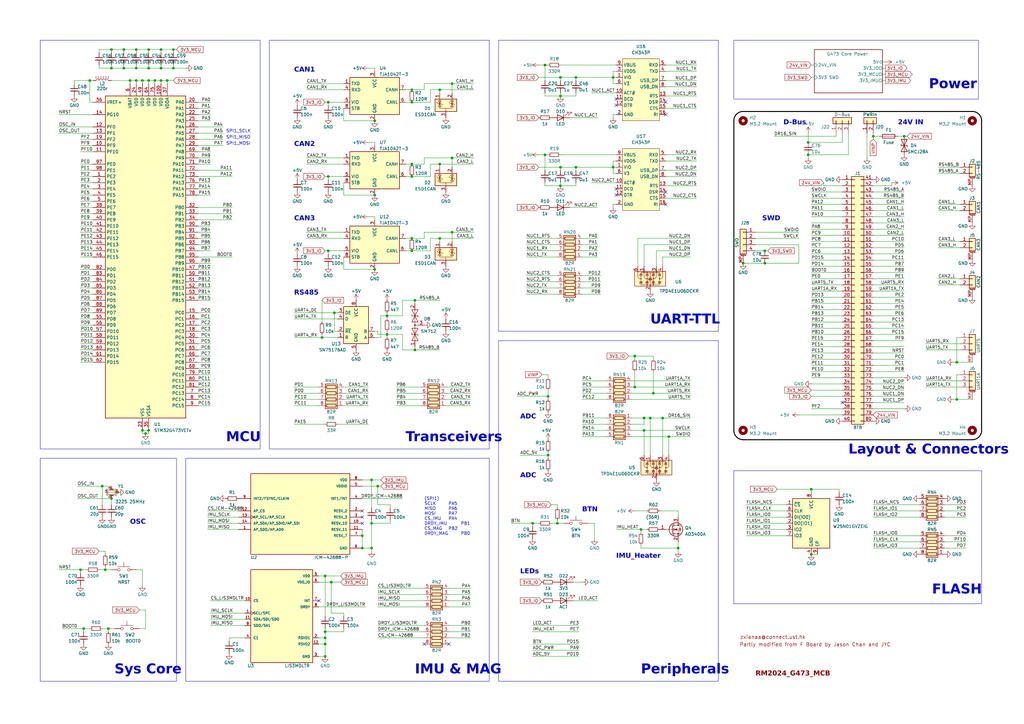
<source format=kicad_sch>
(kicad_sch (version 20231120) (generator "eeschema") (generator_version "8.0")
  (paper "A3")
  (lib_symbols
    (symbol "0_RM2023:ICM-42688-P" (pin_names (offset 1.016))
      (property "Reference" "U" (at -20.32 16.002 0))
      (property "Value" "ICM-42688-P" (at -20.32 -20.32 0))
      (symbol "ICM-42688-P_0_0"
        (pin bidirectional line (at -25.4 -7.62 0) (length 5.08) (name "AP_SDO/AP_AD0") (number "1"))
        (pin passive line (at 25.4 -5.08 180) (length 5.08) (name "RESV_10") (number "10"))
        (pin passive line (at 25.4 -7.62 180) (length 5.08) (name "RESV_11") (number "11"))
        (pin input line (at -25.4 0 0) (length 5.08) (name "AP_CS") (number "12"))
        (pin input clock (at -25.4 -2.54 0) (length 5.08) (name "AP_SCL/AP_SCLK") (number "13"))
        (pin bidirectional line (at -25.4 -5.08 0) (length 5.08) (name "AP_SDA/AP_SDIO/AP_SDI") (number "14"))
        (pin passive line (at 25.4 0 180) (length 5.08) (name "RESV_2") (number "2"))
        (pin passive line (at 25.4 -2.54 180) (length 5.08) (name "RESV_3") (number "3"))
        (pin output line (at 25.4 5.08 180) (length 5.08) (name "INT1/INT") (number "4"))
        (pin power_in line (at 25.4 10.16 180) (length 5.08) (name "VDDIO") (number "5"))
        (pin power_in line (at 25.4 -15.24 180) (length 5.08) (name "GND") (number "6"))
        (pin passive line (at 25.4 -10.16 180) (length 5.08) (name "RESV_7") (number "7"))
        (pin power_in line (at 25.4 12.7 180) (length 5.08) (name "VDD") (number "8"))
        (pin bidirectional line (at -25.4 5.08 0) (length 5.08) (name "INT2/FSYNC/CLKIN") (number "9"))
      )
    )
    (symbol "0_RM2023:LIS3MDLTR" (pin_names (offset 1.016))
      (property "Reference" "U" (at -12.7065 18.2947 0))
      (property "Value" "LIS3MDLTR" (at -12.7188 -22.8826 0))
      (symbol "LIS3MDLTR_0_0"
        (pin input clock (at -15.24 0 0) (length 2.54) (name "SCL/SPC") (number "1"))
        (pin input line (at -15.24 5.08 0) (length 2.54) (name "CS") (number "10"))
        (pin bidirectional line (at -15.24 -2.54 0) (length 2.54) (name "SDA/SDI/SDO") (number "11"))
        (pin passive line (at 15.24 -12.7 180) (length 2.54) (name "RSVD2") (number "12"))
        (pin passive line (at 15.24 -10.16 180) (length 2.54) (name "RSVD1") (number "2"))
        (pin power_in line (at 15.24 -17.78 180) (length 2.54) (name "GND") (number "3"))
        (pin passive line (at -15.24 -10.16 0) (length 2.54) (name "C1") (number "4"))
        (pin power_in line (at 15.24 15.24 180) (length 2.54) (name "VDD") (number "5"))
        (pin power_in line (at 15.24 12.7 180) (length 2.54) (name "VDD_IO") (number "6"))
        (pin output line (at 15.24 5.08 180) (length 2.54) (name "INT") (number "7"))
        (pin output line (at 15.24 2.54 180) (length 2.54) (name "DRDY") (number "8"))
        (pin bidirectional line (at -15.24 -5.08 0) (length 2.54) (name "SDO/SA1") (number "9"))
      )
    )
    (symbol "AEX7 Others:CH343P"
      (property "Reference" "U" (at 0 15.24 0))
      (property "Value" "CH343P" (at 0 12.7 0))
      (symbol "CH343P_1_1"
        (pin input line (at -10.16 3.81 0) (length 2.54) (name "VIO") (number "1"))
        (pin input line (at -10.16 -2.54 0) (length 2.54) (name "ACT#") (number "10"))
        (pin input line (at -10.16 -5.08 0) (length 2.54) (name "DCD") (number "11"))
        (pin input line (at -10.16 -7.62 0) (length 2.54) (name "DTR") (number "12"))
        (pin input line (at 10.16 -3.81 180) (length 2.54) (name "RTS") (number "13"))
        (pin input line (at 10.16 -6.35 180) (length 2.54) (name "DSR") (number "14"))
        (pin input line (at 10.16 -8.89 180) (length 2.54) (name "CTS") (number "15"))
        (pin input line (at 10.16 -11.43 180) (length 2.54) (name "RI") (number "16"))
        (pin input line (at -10.16 -11.43 0) (length 2.54) hide (name "GND") (number "17"))
        (pin input line (at -10.16 -11.43 0) (length 2.54) (name "GND") (number "2"))
        (pin input line (at -10.16 6.35 0) (length 2.54) (name "VDD5") (number "3"))
        (pin input line (at 10.16 6.35 180) (length 2.54) (name "TXD") (number "4"))
        (pin input line (at 10.16 8.89 180) (length 2.54) (name "RXD") (number "5"))
        (pin input line (at -10.16 1.27 0) (length 2.54) (name "V3") (number "6"))
        (pin input line (at 10.16 2.54 180) (length 2.54) (name "USB_DP") (number "7"))
        (pin input line (at 10.16 0 180) (length 2.54) (name "USB_DN") (number "8"))
        (pin input line (at -10.16 8.89 0) (length 2.54) (name "VBUS") (number "9"))
      )
    )
    (symbol "AEX7 Others:TPD4E1U06DCKR"
      (property "Reference" "U" (at -10.16 -2.54 0))
      (property "Value" "NUP4202" (at 11.43 1.27 90))
      (symbol "TPD4E1U06DCKR_1_1"
        (pin passive line (at -2.54 5.08 270) (length 2.54) (name "~") (number "1"))
        (pin passive line (at 0 -5.08 90) (length 2.54) (name "~") (number "2"))
        (pin passive line (at 2.54 5.08 270) (length 2.54) (name "~") (number "3"))
        (pin passive line (at 5.08 5.08 270) (length 2.54) (name "~") (number "4"))
        (pin passive line (at -5.08 5.08 270) (length 2.54) (name "~") (number "6"))
      )
    )
    (symbol "Connector_Generic:Conn_01x02" (pin_names (offset 1.016) hide)
      (property "Reference" "J" (at 0 2.54 0))
      (property "Value" "Conn_01x02" (at 0 -5.08 0))
      (symbol "Conn_01x02_1_1"
        (pin passive line (at -5.08 0 0) (length 3.81) (name "Pin_1") (number "1"))
        (pin passive line (at -5.08 -2.54 0) (length 3.81) (name "Pin_2") (number "2"))
      )
    )
    (symbol "Connector_Generic:Conn_01x03" (pin_names (offset 1.016) hide)
      (property "Reference" "J" (at 0 5.08 0))
      (property "Value" "Conn_01x03" (at 0 -5.08 0))
      (symbol "Conn_01x03_1_1"
        (pin passive line (at -5.08 2.54 0) (length 3.81) (name "Pin_1") (number "1"))
        (pin passive line (at -5.08 0 0) (length 3.81) (name "Pin_2") (number "2"))
        (pin passive line (at -5.08 -2.54 0) (length 3.81) (name "Pin_3") (number "3"))
      )
    )
    (symbol "Connector_Generic:Conn_02x40_Top_Bottom" (pin_names (offset 1.016) hide)
      (property "Reference" "J" (at 1.27 50.8 0))
      (property "Value" "Conn_02x40_Top_Bottom" (at 1.27 -53.34 0))
      (symbol "Conn_02x40_Top_Bottom_1_1"
        (pin passive line (at -5.08 48.26 0) (length 3.81) (name "Pin_1") (number "1"))
        (pin passive line (at -5.08 25.4 0) (length 3.81) (name "Pin_10") (number "10"))
        (pin passive line (at -5.08 22.86 0) (length 3.81) (name "Pin_11") (number "11"))
        (pin passive line (at -5.08 20.32 0) (length 3.81) (name "Pin_12") (number "12"))
        (pin passive line (at -5.08 17.78 0) (length 3.81) (name "Pin_13") (number "13"))
        (pin passive line (at -5.08 15.24 0) (length 3.81) (name "Pin_14") (number "14"))
        (pin passive line (at -5.08 12.7 0) (length 3.81) (name "Pin_15") (number "15"))
        (pin passive line (at -5.08 10.16 0) (length 3.81) (name "Pin_16") (number "16"))
        (pin passive line (at -5.08 7.62 0) (length 3.81) (name "Pin_17") (number "17"))
        (pin passive line (at -5.08 5.08 0) (length 3.81) (name "Pin_18") (number "18"))
        (pin passive line (at -5.08 2.54 0) (length 3.81) (name "Pin_19") (number "19"))
        (pin passive line (at -5.08 45.72 0) (length 3.81) (name "Pin_2") (number "2"))
        (pin passive line (at -5.08 0 0) (length 3.81) (name "Pin_20") (number "20"))
        (pin passive line (at -5.08 -2.54 0) (length 3.81) (name "Pin_21") (number "21"))
        (pin passive line (at -5.08 -5.08 0) (length 3.81) (name "Pin_22") (number "22"))
        (pin passive line (at -5.08 -7.62 0) (length 3.81) (name "Pin_23") (number "23"))
        (pin passive line (at -5.08 -10.16 0) (length 3.81) (name "Pin_24") (number "24"))
        (pin passive line (at -5.08 -12.7 0) (length 3.81) (name "Pin_25") (number "25"))
        (pin passive line (at -5.08 -15.24 0) (length 3.81) (name "Pin_26") (number "26"))
        (pin passive line (at -5.08 -17.78 0) (length 3.81) (name "Pin_27") (number "27"))
        (pin passive line (at -5.08 -20.32 0) (length 3.81) (name "Pin_28") (number "28"))
        (pin passive line (at -5.08 -22.86 0) (length 3.81) (name "Pin_29") (number "29"))
        (pin passive line (at -5.08 43.18 0) (length 3.81) (name "Pin_3") (number "3"))
        (pin passive line (at -5.08 -25.4 0) (length 3.81) (name "Pin_30") (number "30"))
        (pin passive line (at -5.08 -27.94 0) (length 3.81) (name "Pin_31") (number "31"))
        (pin passive line (at -5.08 -30.48 0) (length 3.81) (name "Pin_32") (number "32"))
        (pin passive line (at -5.08 -33.02 0) (length 3.81) (name "Pin_33") (number "33"))
        (pin passive line (at -5.08 -35.56 0) (length 3.81) (name "Pin_34") (number "34"))
        (pin passive line (at -5.08 -38.1 0) (length 3.81) (name "Pin_35") (number "35"))
        (pin passive line (at -5.08 -40.64 0) (length 3.81) (name "Pin_36") (number "36"))
        (pin passive line (at -5.08 -43.18 0) (length 3.81) (name "Pin_37") (number "37"))
        (pin passive line (at -5.08 -45.72 0) (length 3.81) (name "Pin_38") (number "38"))
        (pin passive line (at -5.08 -48.26 0) (length 3.81) (name "Pin_39") (number "39"))
        (pin passive line (at -5.08 40.64 0) (length 3.81) (name "Pin_4") (number "4"))
        (pin passive line (at -5.08 -50.8 0) (length 3.81) (name "Pin_40") (number "40"))
        (pin passive line (at 7.62 48.26 180) (length 3.81) (name "Pin_41") (number "41"))
        (pin passive line (at 7.62 45.72 180) (length 3.81) (name "Pin_42") (number "42"))
        (pin passive line (at 7.62 43.18 180) (length 3.81) (name "Pin_43") (number "43"))
        (pin passive line (at 7.62 40.64 180) (length 3.81) (name "Pin_44") (number "44"))
        (pin passive line (at 7.62 38.1 180) (length 3.81) (name "Pin_45") (number "45"))
        (pin passive line (at 7.62 35.56 180) (length 3.81) (name "Pin_46") (number "46"))
        (pin passive line (at 7.62 33.02 180) (length 3.81) (name "Pin_47") (number "47"))
        (pin passive line (at 7.62 30.48 180) (length 3.81) (name "Pin_48") (number "48"))
        (pin passive line (at 7.62 27.94 180) (length 3.81) (name "Pin_49") (number "49"))
        (pin passive line (at -5.08 38.1 0) (length 3.81) (name "Pin_5") (number "5"))
        (pin passive line (at 7.62 25.4 180) (length 3.81) (name "Pin_50") (number "50"))
        (pin passive line (at 7.62 22.86 180) (length 3.81) (name "Pin_51") (number "51"))
        (pin passive line (at 7.62 20.32 180) (length 3.81) (name "Pin_52") (number "52"))
        (pin passive line (at 7.62 17.78 180) (length 3.81) (name "Pin_53") (number "53"))
        (pin passive line (at 7.62 15.24 180) (length 3.81) (name "Pin_54") (number "54"))
        (pin passive line (at 7.62 12.7 180) (length 3.81) (name "Pin_55") (number "55"))
        (pin passive line (at 7.62 10.16 180) (length 3.81) (name "Pin_56") (number "56"))
        (pin passive line (at 7.62 7.62 180) (length 3.81) (name "Pin_57") (number "57"))
        (pin passive line (at 7.62 5.08 180) (length 3.81) (name "Pin_58") (number "58"))
        (pin passive line (at 7.62 2.54 180) (length 3.81) (name "Pin_59") (number "59"))
        (pin passive line (at -5.08 35.56 0) (length 3.81) (name "Pin_6") (number "6"))
        (pin passive line (at 7.62 0 180) (length 3.81) (name "Pin_60") (number "60"))
        (pin passive line (at 7.62 -2.54 180) (length 3.81) (name "Pin_61") (number "61"))
        (pin passive line (at 7.62 -5.08 180) (length 3.81) (name "Pin_62") (number "62"))
        (pin passive line (at 7.62 -7.62 180) (length 3.81) (name "Pin_63") (number "63"))
        (pin passive line (at 7.62 -10.16 180) (length 3.81) (name "Pin_64") (number "64"))
        (pin passive line (at 7.62 -12.7 180) (length 3.81) (name "Pin_65") (number "65"))
        (pin passive line (at 7.62 -15.24 180) (length 3.81) (name "Pin_66") (number "66"))
        (pin passive line (at 7.62 -17.78 180) (length 3.81) (name "Pin_67") (number "67"))
        (pin passive line (at 7.62 -20.32 180) (length 3.81) (name "Pin_68") (number "68"))
        (pin passive line (at 7.62 -22.86 180) (length 3.81) (name "Pin_69") (number "69"))
        (pin passive line (at -5.08 33.02 0) (length 3.81) (name "Pin_7") (number "7"))
        (pin passive line (at 7.62 -25.4 180) (length 3.81) (name "Pin_70") (number "70"))
        (pin passive line (at 7.62 -27.94 180) (length 3.81) (name "Pin_71") (number "71"))
        (pin passive line (at 7.62 -30.48 180) (length 3.81) (name "Pin_72") (number "72"))
        (pin passive line (at 7.62 -33.02 180) (length 3.81) (name "Pin_73") (number "73"))
        (pin passive line (at 7.62 -35.56 180) (length 3.81) (name "Pin_74") (number "74"))
        (pin passive line (at 7.62 -38.1 180) (length 3.81) (name "Pin_75") (number "75"))
        (pin passive line (at 7.62 -40.64 180) (length 3.81) (name "Pin_76") (number "76"))
        (pin passive line (at 7.62 -43.18 180) (length 3.81) (name "Pin_77") (number "77"))
        (pin passive line (at 7.62 -45.72 180) (length 3.81) (name "Pin_78") (number "78"))
        (pin passive line (at 7.62 -48.26 180) (length 3.81) (name "Pin_79") (number "79"))
        (pin passive line (at -5.08 30.48 0) (length 3.81) (name "Pin_8") (number "8"))
        (pin passive line (at 7.62 -50.8 180) (length 3.81) (name "Pin_80") (number "80"))
        (pin passive line (at -5.08 27.94 0) (length 3.81) (name "Pin_9") (number "9"))
      )
    )
    (symbol "Connector_Generic_MountingPin:Conn_01x02_MountingPin" (pin_names (offset 1.016) hide)
      (property "Reference" "J" (at 0 2.54 0))
      (property "Value" "Conn_01x02_MountingPin" (at 1.27 -5.08 0))
      (symbol "Conn_01x02_MountingPin_1_1"
        (text "Mounting" (at 0 -4.191 0) (effects (font (size 0.381 0.381))))
        (pin passive line (at -5.08 0 0) (length 3.81) (name "Pin_1") (number "1"))
        (pin passive line (at -5.08 -2.54 0) (length 3.81) (name "Pin_2") (number "2"))
        (pin passive line (at 0 -7.62 90) (length 3.048) (name "MountPin") (number "MP"))
      )
    )
    (symbol "Connector_Generic_MountingPin:Conn_01x03_MountingPin" (pin_names (offset 1.016) hide)
      (property "Reference" "J" (at 0 5.08 0))
      (property "Value" "Conn_01x03_MountingPin" (at 1.27 -5.08 0))
      (symbol "Conn_01x03_MountingPin_1_1"
        (text "Mounting" (at 0 -4.191 0) (effects (font (size 0.381 0.381))))
        (pin passive line (at -5.08 2.54 0) (length 3.81) (name "Pin_1") (number "1"))
        (pin passive line (at -5.08 0 0) (length 3.81) (name "Pin_2") (number "2"))
        (pin passive line (at -5.08 -2.54 0) (length 3.81) (name "Pin_3") (number "3"))
        (pin passive line (at 0 -7.62 90) (length 3.048) (name "MountPin") (number "MP"))
      )
    )
    (symbol "Connector_Generic_MountingPin:Conn_01x04_MountingPin" (pin_names (offset 1.016) hide)
      (property "Reference" "J" (at 0 5.08 0))
      (property "Value" "Conn_01x04_MountingPin" (at 1.27 -7.62 0))
      (symbol "Conn_01x04_MountingPin_1_1"
        (text "Mounting" (at 0 -6.731 0) (effects (font (size 0.381 0.381))))
        (pin passive line (at -5.08 2.54 0) (length 3.81) (name "Pin_1") (number "1"))
        (pin passive line (at -5.08 0 0) (length 3.81) (name "Pin_2") (number "2"))
        (pin passive line (at -5.08 -2.54 0) (length 3.81) (name "Pin_3") (number "3"))
        (pin passive line (at -5.08 -5.08 0) (length 3.81) (name "Pin_4") (number "4"))
        (pin passive line (at 0 -10.16 90) (length 3.048) (name "MountPin") (number "MP"))
      )
    )
    (symbol "Device:C_Small" (pin_numbers hide) (pin_names (offset 0.254) hide)
      (property "Reference" "C" (at 0.254 1.778 0))
      (property "Value" "C_Small" (at 0.254 -2.032 0))
      (symbol "C_Small_1_1"
        (pin passive line (at 0 2.54 270) (length 2.032) (name "~") (number "1"))
        (pin passive line (at 0 -2.54 90) (length 2.032) (name "~") (number "2"))
      )
    )
    (symbol "Device:Crystal_GND24_Small" (pin_names (offset 1.016) hide)
      (property "Reference" "Y" (at 1.27 4.445 0))
      (property "Value" "Crystal_GND24_Small" (at 1.27 2.54 0))
      (symbol "Crystal_GND24_Small_1_1"
        (pin passive line (at -2.54 0 0) (length 1.27) (name "1") (number "1"))
        (pin passive line (at 0 -2.54 90) (length 0.635) (name "2") (number "2"))
        (pin passive line (at 2.54 0 180) (length 1.27) (name "3") (number "3"))
        (pin passive line (at 0 2.54 270) (length 0.635) (name "4") (number "4"))
      )
    )
    (symbol "Device:D_TVS" (pin_numbers hide) (pin_names (offset 1.016) hide)
      (property "Reference" "D" (at 0 2.54 0))
      (property "Value" "D_TVS" (at 0 -2.54 0))
      (symbol "D_TVS_1_1"
        (pin passive line (at -3.81 0 0) (length 2.54) (name "A1") (number "1"))
        (pin passive line (at 3.81 0 180) (length 2.54) (name "A2") (number "2"))
      )
    )
    (symbol "Device:Fuse" (pin_numbers hide) (pin_names (offset 0))
      (property "Reference" "F" (at 2.032 0 90))
      (property "Value" "Fuse" (at -1.905 0 90))
      (symbol "Fuse_1_1"
        (pin passive line (at 0 3.81 270) (length 1.27) (name "~") (number "1"))
        (pin passive line (at 0 -3.81 90) (length 1.27) (name "~") (number "2"))
      )
    )
    (symbol "Device:LED" (pin_numbers hide) (pin_names (offset 1.016) hide)
      (property "Reference" "D" (at 0 2.54 0))
      (property "Value" "LED" (at 0 -2.54 0))
      (symbol "LED_1_1"
        (pin passive line (at -3.81 0 0) (length 2.54) (name "K") (number "1"))
        (pin passive line (at 3.81 0 180) (length 2.54) (name "A") (number "2"))
      )
    )
    (symbol "Device:L_Ferrite" (pin_numbers hide) (pin_names (offset 1.016) hide)
      (property "Reference" "L" (at -1.27 0 90))
      (property "Value" "L_Ferrite" (at 2.794 0 90))
      (symbol "L_Ferrite_1_1"
        (pin passive line (at 0 3.81 270) (length 1.27) (name "1") (number "1"))
        (pin passive line (at 0 -3.81 90) (length 1.27) (name "2") (number "2"))
      )
    )
    (symbol "Device:R_Pack04" (pin_names (offset 0) hide)
      (property "Reference" "RN" (at -7.62 0 90))
      (property "Value" "R_Pack04" (at 5.08 0 90))
      (symbol "R_Pack04_1_1"
        (pin passive line (at -5.08 -5.08 90) (length 2.54) (name "R1.1") (number "1"))
        (pin passive line (at -2.54 -5.08 90) (length 2.54) (name "R2.1") (number "2"))
        (pin passive line (at 0 -5.08 90) (length 2.54) (name "R3.1") (number "3"))
        (pin passive line (at 2.54 -5.08 90) (length 2.54) (name "R4.1") (number "4"))
        (pin passive line (at 2.54 5.08 270) (length 2.54) (name "R4.2") (number "5"))
        (pin passive line (at 0 5.08 270) (length 2.54) (name "R3.2") (number "6"))
        (pin passive line (at -2.54 5.08 270) (length 2.54) (name "R2.2") (number "7"))
        (pin passive line (at -5.08 5.08 270) (length 2.54) (name "R1.2") (number "8"))
      )
    )
    (symbol "Device:R_Small" (pin_numbers hide) (pin_names (offset 0.254) hide)
      (property "Reference" "R" (at 0.762 0.508 0))
      (property "Value" "R_Small" (at 0.762 -1.016 0))
      (symbol "R_Small_1_1"
        (pin passive line (at 0 2.54 270) (length 0.762) (name "~") (number "1"))
        (pin passive line (at 0 -2.54 90) (length 0.762) (name "~") (number "2"))
      )
    )
    (symbol "Diode:SM712_SOT23" (pin_names (offset 1.016) hide)
      (property "Reference" "D" (at 0 4.445 0))
      (property "Value" "SM712_SOT23" (at 0 2.54 0))
      (symbol "SM712_SOT23_1_1"
        (pin passive line (at -8.89 0 0) (length 2.54) (name "A1") (number "1"))
        (pin passive line (at 8.89 0 180) (length 2.54) (name "A2") (number "2"))
        (pin input line (at 0 -3.81 90) (length 2.54) (name "common") (number "3"))
      )
    )
    (symbol "GND_2" (power) (pin_names (offset 0))
      (property "Value" "GND_2" (at 0 -3.81 0))
      (symbol "GND_2_1_1"
        (pin power_in line (at 0 0 270) (length 0) hide (name "GND") (number "1"))
      )
    )
    (symbol "Interface_CAN_LIN:TJA1042T-3"
      (property "Reference" "U" (at -10.16 8.89 0))
      (property "Value" "TJA1042T-3" (at 1.27 8.89 0))
      (symbol "TJA1042T-3_1_1"
        (pin input line (at -12.7 5.08 0) (length 2.54) (name "TXD") (number "1"))
        (pin power_in line (at 0 -10.16 90) (length 2.54) (name "GND") (number "2"))
        (pin power_in line (at 0 10.16 270) (length 2.54) (name "VCC") (number "3"))
        (pin output line (at -12.7 2.54 0) (length 2.54) (name "RXD") (number "4"))
        (pin power_in line (at -12.7 -2.54 0) (length 2.54) (name "VIO") (number "5"))
        (pin bidirectional line (at 12.7 -2.54 180) (length 2.54) (name "CANL") (number "6"))
        (pin bidirectional line (at 12.7 2.54 180) (length 2.54) (name "CANH") (number "7"))
        (pin input line (at -12.7 -5.08 0) (length 2.54) (name "STB") (number "8"))
      )
    )
    (symbol "Interface_UART:SN75176AD"
      (property "Reference" "U" (at -4.318 8.89 0))
      (property "Value" "SN75176AD" (at 1.016 8.89 0))
      (symbol "SN75176AD_1_1"
        (pin output line (at -7.62 -5.08 0) (length 2.54) (name "R") (number "1"))
        (pin input line (at -7.62 -2.54 0) (length 2.54) (name "~{RE}") (number "2"))
        (pin input line (at -7.62 5.08 0) (length 2.54) (name "DE") (number "3"))
        (pin input line (at -7.62 2.54 0) (length 2.54) (name "D") (number "4"))
        (pin power_in line (at 0 -10.16 90) (length 2.54) (name "GND") (number "5"))
        (pin bidirectional line (at 7.62 -5.08 180) (length 2.54) (name "A") (number "6"))
        (pin bidirectional line (at 7.62 -2.54 180) (length 2.54) (name "B") (number "7"))
        (pin power_in line (at 0 10.16 270) (length 2.54) (name "VCC") (number "8"))
      )
    )
    (symbol "MCU_ST_STM32G4:STM32G473VETx"
      (property "Reference" "U" (at -15.24 67.31 0))
      (property "Value" "STM32G473VETx" (at 12.7 67.31 0))
      (symbol "STM32G473VETx_1_1"
        (pin bidirectional line (at -20.32 33.02 0) (length 5.08) (name "PE2") (number "1"))
        (pin bidirectional line (at -20.32 45.72 0) (length 5.08) (name "PF9") (number "10"))
        (pin power_in line (at 7.62 71.12 270) (length 5.08) (name "VDD") (number "100"))
        (pin bidirectional line (at -20.32 43.18 0) (length 5.08) (name "PF10") (number "11"))
        (pin bidirectional line (at -20.32 53.34 0) (length 5.08) (name "PF0") (number "12"))
        (pin bidirectional line (at -20.32 50.8 0) (length 5.08) (name "PF1") (number "13"))
        (pin bidirectional line (at -20.32 58.42 0) (length 5.08) (name "PG10") (number "14"))
        (pin bidirectional line (at 22.86 -22.86 180) (length 5.08) (name "PC0") (number "15"))
        (pin bidirectional line (at 22.86 -25.4 180) (length 5.08) (name "PC1") (number "16"))
        (pin bidirectional line (at 22.86 -27.94 180) (length 5.08) (name "PC2") (number "17"))
        (pin bidirectional line (at 22.86 -30.48 180) (length 5.08) (name "PC3") (number "18"))
        (pin bidirectional line (at -20.32 48.26 0) (length 5.08) (name "PF2") (number "19"))
        (pin bidirectional line (at -20.32 30.48 0) (length 5.08) (name "PE3") (number "2"))
        (pin bidirectional line (at 22.86 63.5 180) (length 5.08) (name "PA0") (number "20"))
        (pin bidirectional line (at 22.86 60.96 180) (length 5.08) (name "PA1") (number "21"))
        (pin bidirectional line (at 22.86 58.42 180) (length 5.08) (name "PA2") (number "22"))
        (pin power_in line (at 0 -71.12 90) (length 5.08) (name "VSS") (number "23"))
        (pin power_in line (at -2.54 71.12 270) (length 5.08) (name "VDD") (number "24"))
        (pin bidirectional line (at 22.86 55.88 180) (length 5.08) (name "PA3") (number "25"))
        (pin bidirectional line (at 22.86 53.34 180) (length 5.08) (name "PA4") (number "26"))
        (pin bidirectional line (at 22.86 50.8 180) (length 5.08) (name "PA5") (number "27"))
        (pin bidirectional line (at 22.86 48.26 180) (length 5.08) (name "PA6") (number "28"))
        (pin bidirectional line (at 22.86 45.72 180) (length 5.08) (name "PA7") (number "29"))
        (pin bidirectional line (at -20.32 27.94 0) (length 5.08) (name "PE4") (number "3"))
        (pin bidirectional line (at 22.86 -33.02 180) (length 5.08) (name "PC4") (number "30"))
        (pin bidirectional line (at 22.86 -35.56 180) (length 5.08) (name "PC5") (number "31"))
        (pin bidirectional line (at 22.86 20.32 180) (length 5.08) (name "PB0") (number "32"))
        (pin bidirectional line (at 22.86 17.78 180) (length 5.08) (name "PB1") (number "33"))
        (pin bidirectional line (at 22.86 15.24 180) (length 5.08) (name "PB2") (number "34"))
        (pin power_in line (at 2.54 -71.12 90) (length 5.08) (name "VSSA") (number "35"))
        (pin input line (at -20.32 63.5 0) (length 5.08) (name "VREF+") (number "36"))
        (pin power_in line (at 10.16 71.12 270) (length 5.08) (name "VDDA") (number "37"))
        (pin bidirectional line (at -20.32 20.32 0) (length 5.08) (name "PE7") (number "38"))
        (pin bidirectional line (at -20.32 17.78 0) (length 5.08) (name "PE8") (number "39"))
        (pin bidirectional line (at -20.32 25.4 0) (length 5.08) (name "PE5") (number "4"))
        (pin bidirectional line (at -20.32 15.24 0) (length 5.08) (name "PE9") (number "40"))
        (pin bidirectional line (at -20.32 12.7 0) (length 5.08) (name "PE10") (number "41"))
        (pin bidirectional line (at -20.32 10.16 0) (length 5.08) (name "PE11") (number "42"))
        (pin bidirectional line (at -20.32 7.62 0) (length 5.08) (name "PE12") (number "43"))
        (pin bidirectional line (at -20.32 5.08 0) (length 5.08) (name "PE13") (number "44"))
        (pin bidirectional line (at -20.32 2.54 0) (length 5.08) (name "PE14") (number "45"))
        (pin bidirectional line (at -20.32 0 0) (length 5.08) (name "PE15") (number "46"))
        (pin bidirectional line (at 22.86 -5.08 180) (length 5.08) (name "PB10") (number "47"))
        (pin passive line (at 0 -71.12 90) (length 5.08) hide (name "VSS") (number "48"))
        (pin power_in line (at 0 71.12 270) (length 5.08) (name "VDD") (number "49"))
        (pin bidirectional line (at -20.32 22.86 0) (length 5.08) (name "PE6") (number "5"))
        (pin bidirectional line (at 22.86 -7.62 180) (length 5.08) (name "PB11") (number "50"))
        (pin bidirectional line (at 22.86 -10.16 180) (length 5.08) (name "PB12") (number "51"))
        (pin bidirectional line (at 22.86 -12.7 180) (length 5.08) (name "PB13") (number "52"))
        (pin bidirectional line (at 22.86 -15.24 180) (length 5.08) (name "PB14") (number "53"))
        (pin bidirectional line (at 22.86 -17.78 180) (length 5.08) (name "PB15") (number "54"))
        (pin bidirectional line (at -20.32 -25.4 0) (length 5.08) (name "PD8") (number "55"))
        (pin bidirectional line (at -20.32 -27.94 0) (length 5.08) (name "PD9") (number "56"))
        (pin bidirectional line (at -20.32 -30.48 0) (length 5.08) (name "PD10") (number "57"))
        (pin bidirectional line (at -20.32 -33.02 0) (length 5.08) (name "PD11") (number "58"))
        (pin bidirectional line (at -20.32 -35.56 0) (length 5.08) (name "PD12") (number "59"))
        (pin power_in line (at -5.08 71.12 270) (length 5.08) (name "VBAT") (number "6"))
        (pin bidirectional line (at -20.32 -38.1 0) (length 5.08) (name "PD13") (number "60"))
        (pin bidirectional line (at -20.32 -40.64 0) (length 5.08) (name "PD14") (number "61"))
        (pin bidirectional line (at -20.32 -43.18 0) (length 5.08) (name "PD15") (number "62"))
        (pin passive line (at 0 -71.12 90) (length 5.08) hide (name "VSS") (number "63"))
        (pin power_in line (at 2.54 71.12 270) (length 5.08) (name "VDD") (number "64"))
        (pin bidirectional line (at 22.86 -38.1 180) (length 5.08) (name "PC6") (number "65"))
        (pin bidirectional line (at 22.86 -40.64 180) (length 5.08) (name "PC7") (number "66"))
        (pin bidirectional line (at 22.86 -43.18 180) (length 5.08) (name "PC8") (number "67"))
        (pin bidirectional line (at 22.86 -45.72 180) (length 5.08) (name "PC9") (number "68"))
        (pin bidirectional line (at 22.86 43.18 180) (length 5.08) (name "PA8") (number "69"))
        (pin bidirectional line (at 22.86 -55.88 180) (length 5.08) (name "PC13") (number "7"))
        (pin bidirectional line (at 22.86 40.64 180) (length 5.08) (name "PA9") (number "70"))
        (pin bidirectional line (at 22.86 38.1 180) (length 5.08) (name "PA10") (number "71"))
        (pin bidirectional line (at 22.86 35.56 180) (length 5.08) (name "PA11") (number "72"))
        (pin bidirectional line (at 22.86 33.02 180) (length 5.08) (name "PA12") (number "73"))
        (pin passive line (at 0 -71.12 90) (length 5.08) hide (name "VSS") (number "74"))
        (pin power_in line (at 5.08 71.12 270) (length 5.08) (name "VDD") (number "75"))
        (pin bidirectional line (at 22.86 30.48 180) (length 5.08) (name "PA13") (number "76"))
        (pin bidirectional line (at 22.86 27.94 180) (length 5.08) (name "PA14") (number "77"))
        (pin bidirectional line (at 22.86 25.4 180) (length 5.08) (name "PA15") (number "78"))
        (pin bidirectional line (at 22.86 -48.26 180) (length 5.08) (name "PC10") (number "79"))
        (pin bidirectional line (at 22.86 -58.42 180) (length 5.08) (name "PC14") (number "8"))
        (pin bidirectional line (at 22.86 -50.8 180) (length 5.08) (name "PC11") (number "80"))
        (pin bidirectional line (at 22.86 -53.34 180) (length 5.08) (name "PC12") (number "81"))
        (pin bidirectional line (at -20.32 -5.08 0) (length 5.08) (name "PD0") (number "82"))
        (pin bidirectional line (at -20.32 -7.62 0) (length 5.08) (name "PD1") (number "83"))
        (pin bidirectional line (at -20.32 -10.16 0) (length 5.08) (name "PD2") (number "84"))
        (pin bidirectional line (at -20.32 -12.7 0) (length 5.08) (name "PD3") (number "85"))
        (pin bidirectional line (at -20.32 -15.24 0) (length 5.08) (name "PD4") (number "86"))
        (pin bidirectional line (at -20.32 -17.78 0) (length 5.08) (name "PD5") (number "87"))
        (pin bidirectional line (at -20.32 -20.32 0) (length 5.08) (name "PD6") (number "88"))
        (pin bidirectional line (at -20.32 -22.86 0) (length 5.08) (name "PD7") (number "89"))
        (pin bidirectional line (at 22.86 -60.96 180) (length 5.08) (name "PC15") (number "9"))
        (pin bidirectional line (at 22.86 12.7 180) (length 5.08) (name "PB3") (number "90"))
        (pin bidirectional line (at 22.86 10.16 180) (length 5.08) (name "PB4") (number "91"))
        (pin bidirectional line (at 22.86 7.62 180) (length 5.08) (name "PB5") (number "92"))
        (pin bidirectional line (at 22.86 5.08 180) (length 5.08) (name "PB6") (number "93"))
        (pin bidirectional line (at 22.86 2.54 180) (length 5.08) (name "PB7") (number "94"))
        (pin bidirectional line (at 22.86 0 180) (length 5.08) (name "PB8") (number "95"))
        (pin bidirectional line (at 22.86 -2.54 180) (length 5.08) (name "PB9") (number "96"))
        (pin bidirectional line (at -20.32 38.1 0) (length 5.08) (name "PE0") (number "97"))
        (pin bidirectional line (at -20.32 35.56 0) (length 5.08) (name "PE1") (number "98"))
        (pin passive line (at 0 -71.12 90) (length 5.08) hide (name "VSS") (number "99"))
      )
    )
    (symbol "Mechanical:MountingHole" (pin_names (offset 1.016))
      (property "Reference" "H" (at 0 5.08 0))
      (property "Value" "MountingHole" (at 0 3.175 0))
    )
    (symbol "Memory_Flash:W25Q32JVZP"
      (property "Reference" "U" (at -6.35 11.43 0))
      (property "Value" "W25Q32JVZP" (at 7.62 11.43 0))
      (symbol "W25Q32JVZP_1_1"
        (pin input line (at -10.16 7.62 0) (length 2.54) (name "~{CS}") (number "1"))
        (pin bidirectional line (at -10.16 0 0) (length 2.54) (name "DO(IO1)") (number "2"))
        (pin bidirectional line (at -10.16 -2.54 0) (length 2.54) (name "IO2") (number "3"))
        (pin power_in line (at 0 -12.7 90) (length 2.54) (name "GND") (number "4"))
        (pin bidirectional line (at -10.16 2.54 0) (length 2.54) (name "DI(IO0)") (number "5"))
        (pin input line (at -10.16 5.08 0) (length 2.54) (name "CLK") (number "6"))
        (pin bidirectional line (at -10.16 -5.08 0) (length 2.54) (name "IO3") (number "7"))
        (pin power_in line (at 0 12.7 270) (length 2.54) (name "VCC") (number "8"))
        (pin passive line (at 2.54 -12.7 90) (length 2.54) (name "EP") (number "9"))
      )
    )
    (symbol "Power_Protection:NUP2105L" (pin_names hide)
      (property "Reference" "D" (at 5.715 2.54 0))
      (property "Value" "NUP2105L" (at 5.715 0.635 0))
      (symbol "NUP2105L_0_0"
        (pin passive line (at 0 -5.08 90) (length 2.54) (name "A") (number "3"))
      )
      (symbol "NUP2105L_1_1"
        (pin passive line (at -2.54 5.08 270) (length 2.54) (name "K") (number "1"))
        (pin passive line (at 2.54 5.08 270) (length 2.54) (name "K") (number "2"))
      )
    )
    (symbol "Switch:SW_Push" (pin_numbers hide) (pin_names (offset 1.016) hide)
      (property "Reference" "SW" (at 1.27 2.54 0))
      (property "Value" "SW_Push" (at 0 -1.524 0))
      (symbol "SW_Push_0_1"
        (pin passive line (at -5.08 0 0) (length 2.54) (name "1") (number "1"))
        (pin passive line (at 5.08 0 180) (length 2.54) (name "2") (number "2"))
      )
    )
    (symbol "Transistor_FET:AO3400A" (pin_names hide)
      (property "Reference" "Q" (at 5.08 1.905 0))
      (property "Value" "AO3400A" (at 5.08 0 0))
      (symbol "AO3400A_1_1"
        (pin input line (at -5.08 0 0) (length 2.54) (name "G") (number "1"))
        (pin passive line (at 2.54 -5.08 90) (length 2.54) (name "S") (number "2"))
        (pin passive line (at 2.54 5.08 270) (length 2.54) (name "D") (number "3"))
      )
    )
    (symbol "power:+5V" (power) (pin_names (offset 0))
      (property "Value" "+5V" (at 0 3.556 0))
      (symbol "+5V_1_1"
        (pin power_in line (at 0 0 90) (length 0) hide (name "+5V") (number "1"))
      )
    )
    (symbol "power:GND" (power) (pin_names (offset 0))
      (property "Value" "GND" (at 0 -3.81 0))
      (symbol "GND_1_1"
        (pin power_in line (at 0 0 270) (length 0) hide (name "GND") (number "1"))
      )
    )
  )
  (junction (at 133.35 236.22))
  (junction (at 43.18 233.68))
  (junction (at 48.26 201.93))
  (junction (at 168.91 97.79))
  (junction (at 55.88 27.94))
  (junction (at 228.6 214.63))
  (junction (at 45.72 20.32))
  (junction (at 44.45 257.81))
  (junction (at 66.04 33.02))
  (junction (at 180.34 36.83))
  (junction (at 251.46 31.75))
  (junction (at 60.96 33.02))
  (junction (at 170.18 123.19))
  (junction (at 168.91 102.87))
  (junction (at 332.74 200.66))
  (junction (at 148.59 224.79))
  (junction (at 133.35 264.16))
  (junction (at 148.59 219.71))
  (junction (at 55.88 33.02))
  (junction (at 132.08 138.43))
  (junction (at 262.89 217.17))
  (junction (at 63.5 33.02))
  (junction (at 154.94 199.39))
  (junction (at 58.42 33.02))
  (junction (at 229.87 76.2))
  (junction (at 229.87 31.75))
  (junction (at 218.44 214.63))
  (junction (at 278.13 224.79))
  (junction (at 223.52 26.67))
  (junction (at 236.22 31.75))
  (junction (at 36.83 33.02))
  (junction (at 33.02 233.68))
  (junction (at 266.7 171.45))
  (junction (at 45.72 204.47))
  (junction (at 50.8 20.32))
  (junction (at 60.96 20.32))
  (junction (at 313.69 107.95))
  (junction (at 152.4 214.63))
  (junction (at 66.04 27.94))
  (junction (at 66.04 20.32))
  (junction (at 358.14 55.88))
  (junction (at 168.91 67.31))
  (junction (at 153.67 49.53))
  (junction (at 60.96 176.53))
  (junction (at 133.35 261.62))
  (junction (at 331.47 63.5))
  (junction (at 392.43 163.83))
  (junction (at 153.67 110.49))
  (junction (at 55.88 20.32))
  (junction (at 45.72 27.94))
  (junction (at 264.16 176.53))
  (junction (at 58.42 176.53))
  (junction (at 152.4 196.85))
  (junction (at 185.42 95.25))
  (junction (at 153.67 80.01))
  (junction (at 260.35 158.75))
  (junction (at 304.8 107.95))
  (junction (at 41.91 199.39))
  (junction (at 34.29 257.81))
  (junction (at 229.87 68.58))
  (junction (at 274.32 179.07))
  (junction (at 332.74 227.33))
  (junction (at 134.62 41.91))
  (junction (at 158.75 137.16))
  (junction (at 264.16 171.45))
  (junction (at 135.89 238.76))
  (junction (at 53.34 33.02))
  (junction (at 71.12 27.94))
  (junction (at 59.69 177.8))
  (junction (at 170.18 143.51))
  (junction (at 271.78 171.45))
  (junction (at 185.42 64.77))
  (junction (at 168.91 36.83))
  (junction (at 224.79 186.69))
  (junction (at 251.46 68.58))
  (junction (at 180.34 67.31))
  (junction (at 168.91 41.91))
  (junction (at 137.16 128.27))
  (junction (at 134.62 102.87))
  (junction (at 370.84 55.88))
  (junction (at 260.35 146.05))
  (junction (at 133.35 269.24))
  (junction (at 229.87 39.37))
  (junction (at 392.43 148.59))
  (junction (at 180.34 97.79))
  (junction (at 223.52 63.5))
  (junction (at 134.62 72.39))
  (junction (at 331.47 58.42))
  (junction (at 60.96 27.94))
  (junction (at 185.42 34.29))
  (junction (at 158.75 129.54))
  (junction (at 133.35 259.08))
  (junction (at 313.69 102.87))
  (junction (at 71.12 20.32))
  (junction (at 68.58 33.02))
  (junction (at 267.97 161.29))
  (junction (at 152.4 224.79))
  (junction (at 50.8 27.94))
  (junction (at 168.91 72.39))
  (junction (at 236.22 68.58))
  (junction (at 224.79 162.56))
  (no_connect (at 273.05 78.74))
  (no_connect (at 184.15 264.16))
  (no_connect (at 252.73 43.18))
  (no_connect (at 148.59 212.09))
  (no_connect (at 173.99 264.16))
  (no_connect (at 130.81 246.38))
  (no_connect (at 345.44 165.1))
  (no_connect (at 148.59 209.55))
  (no_connect (at 252.73 80.01))
  (no_connect (at 273.05 41.91))
  (no_connect (at 252.73 40.64))
  (no_connect (at 148.59 214.63))
  (no_connect (at 273.05 46.99))
  (no_connect (at 273.05 83.82))
  (no_connect (at 252.73 77.47))
  (wire (pts (xy 259.08 173.99) (xy 264.16 173.99)))
  (wire (pts (xy 337.82 74.93) (xy 337.82 76.2)))
  (wire (pts (xy 86.36 46.99) (xy 81.28 46.99)))
  (wire (pts (xy 370.84 147.32) (xy 358.14 147.32)))
  (wire (pts (xy 40.64 27.94) (xy 40.64 26.67)))
  (wire (pts (xy 137.16 135.89) (xy 137.16 128.27)))
  (wire (pts (xy 370.84 83.82) (xy 358.14 83.82)))
  (wire (pts (xy 33.02 67.31) (xy 38.1 67.31)))
  (wire (pts (xy 278.13 209.55) (xy 278.13 212.09)))
  (wire (pts (xy 180.34 97.79) (xy 194.31 97.79)))
  (wire (pts (xy 218.44 214.63) (xy 220.98 214.63)))
  (wire (pts (xy 392.43 148.59) (xy 392.43 138.43)))
  (wire (pts (xy 236.22 68.58) (xy 251.46 68.58)))
  (wire (pts (xy 43.18 226.06) (xy 43.18 227.33)))
  (wire (pts (xy 271.78 171.45) (xy 266.7 171.45)))
  (wire (pts (xy 120.65 163.83) (xy 130.81 163.83)))
  (wire (pts (xy 238.76 102.87) (xy 245.11 102.87)))
  (wire (pts (xy 238.76 179.07) (xy 248.92 179.07)))
  (wire (pts (xy 251.46 48.26) (xy 251.46 46.99)))
  (wire (pts (xy 71.12 21.59) (xy 71.12 20.32)))
  (wire (pts (xy 134.62 102.87) (xy 140.97 102.87)))
  (wire (pts (xy 387.35 224.79) (xy 396.24 224.79)))
  (wire (pts (xy 184.15 246.38) (xy 193.04 246.38)))
  (wire (pts (xy 370.84 157.48) (xy 358.14 157.48)))
  (wire (pts (xy 314.96 102.87) (xy 313.69 102.87)))
  (wire (pts (xy 182.88 163.83) (xy 193.04 163.83)))
  (wire (pts (xy 166.37 72.39) (xy 168.91 72.39)))
  (wire (pts (xy 140.97 251.46) (xy 135.89 251.46)))
  (wire (pts (xy 55.88 27.94) (xy 50.8 27.94)))
  (wire (pts (xy 55.88 233.68) (xy 58.42 233.68)))
  (wire (pts (xy 215.9 105.41) (xy 228.6 105.41)))
  (wire (pts (xy 132.08 138.43) (xy 138.43 138.43)))
  (wire (pts (xy 345.44 114.3) (xy 332.74 114.3)))
  (wire (pts (xy 220.98 31.75) (xy 229.87 31.75)))
  (wire (pts (xy 370.84 91.44) (xy 358.14 91.44)))
  (wire (pts (xy 120.65 158.75) (xy 130.81 158.75)))
  (wire (pts (xy 213.36 186.69) (xy 224.79 186.69)))
  (wire (pts (xy 345.44 104.14) (xy 332.74 104.14)))
  (wire (pts (xy 271.78 105.41) (xy 283.21 105.41)))
  (wire (pts (xy 285.75 44.45) (xy 273.05 44.45)))
  (wire (pts (xy 365.76 76.2) (xy 358.14 76.2)))
  (wire (pts (xy 45.72 27.94) (xy 40.64 27.94)))
  (wire (pts (xy 33.02 123.19) (xy 38.1 123.19)))
  (wire (pts (xy 63.5 33.02) (xy 66.04 33.02)))
  (wire (pts (xy 130.81 264.16) (xy 133.35 264.16)))
  (wire (pts (xy 154.94 248.92) (xy 173.99 248.92)))
  (wire (pts (xy 318.77 200.66) (xy 332.74 200.66)))
  (wire (pts (xy 264.16 176.53) (xy 283.21 176.53)))
  (wire (pts (xy 358.14 55.88) (xy 358.14 54.61)))
  (wire (pts (xy 33.02 233.68) (xy 33.02 234.95)))
  (wire (pts (xy 370.84 142.24) (xy 358.14 142.24)))
  (wire (pts (xy 148.59 224.79) (xy 148.59 219.71)))
  (wire (pts (xy 168.91 97.79) (xy 166.37 97.79)))
  (wire (pts (xy 173.99 67.31) (xy 168.91 67.31)))
  (wire (pts (xy 81.28 118.11) (xy 86.36 118.11)))
  (wire (pts (xy 241.3 214.63) (xy 243.84 214.63)))
  (wire (pts (xy 358.14 55.88) (xy 358.14 57.15)))
  (wire (pts (xy 370.84 129.54) (xy 358.14 129.54)))
  (wire (pts (xy 31.75 199.39) (xy 41.91 199.39)))
  (wire (pts (xy 86.36 41.91) (xy 81.28 41.91)))
  (wire (pts (xy 251.46 71.12) (xy 251.46 68.58)))
  (wire (pts (xy 153.67 138.43) (xy 156.21 138.43)))
  (wire (pts (xy 238.76 97.79) (xy 245.11 97.79)))
  (wire (pts (xy 391.16 148.59) (xy 392.43 148.59)))
  (wire (pts (xy 60.96 26.67) (xy 60.96 27.94)))
  (wire (pts (xy 285.75 26.67) (xy 273.05 26.67)))
  (wire (pts (xy 40.64 20.32) (xy 40.64 21.59)))
  (wire (pts (xy 345.44 119.38) (xy 332.74 119.38)))
  (wire (pts (xy 33.02 110.49) (xy 38.1 110.49)))
  (wire (pts (xy 370.84 104.14) (xy 358.14 104.14)))
  (wire (pts (xy 345.44 88.9) (xy 332.74 88.9)))
  (wire (pts (xy 133.35 72.39) (xy 134.62 72.39)))
  (wire (pts (xy 162.56 161.29) (xy 172.72 161.29)))
  (wire (pts (xy 261.62 109.22) (xy 261.62 97.79)))
  (wire (pts (xy 242.57 74.93) (xy 252.73 74.93)))
  (wire (pts (xy 361.95 27.94) (xy 363.22 27.94)))
  (wire (pts (xy 140.97 49.53) (xy 153.67 49.53)))
  (wire (pts (xy 332.74 26.67) (xy 334.01 26.67)))
  (wire (pts (xy 120.65 173.99) (xy 133.35 173.99)))
  (wire (pts (xy 36.83 41.91) (xy 38.1 41.91)))
  (wire (pts (xy 133.35 257.81) (xy 133.35 259.08)))
  (wire (pts (xy 45.72 204.47) (xy 45.72 207.01)))
  (wire (pts (xy 91.44 54.61) (xy 81.28 54.61)))
  (wire (pts (xy 86.36 64.77) (xy 81.28 64.77)))
  (wire (pts (xy 228.6 207.01) (xy 228.6 208.28)))
  (wire (pts (xy 345.44 101.6) (xy 332.74 101.6)))
  (wire (pts (xy 120.65 166.37) (xy 130.81 166.37)))
  (wire (pts (xy 33.02 59.69) (xy 38.1 59.69)))
  (wire (pts (xy 33.02 100.33) (xy 38.1 100.33)))
  (wire (pts (xy 184.15 248.92) (xy 193.04 248.92)))
  (wire (pts (xy 59.69 250.19) (xy 59.69 257.81)))
  (wire (pts (xy 130.81 269.24) (xy 133.35 269.24)))
  (wire (pts (xy 185.42 95.25) (xy 194.31 95.25)))
  (wire (pts (xy 370.84 132.08) (xy 358.14 132.08)))
  (wire (pts (xy 223.52 74.93) (xy 223.52 76.2)))
  (wire (pts (xy 66.04 27.94) (xy 60.96 27.94)))
  (wire (pts (xy 259.08 163.83) (xy 283.21 163.83)))
  (wire (pts (xy 168.91 41.91) (xy 176.53 41.91)))
  (wire (pts (xy 130.81 238.76) (xy 135.89 238.76)))
  (wire (pts (xy 226.06 214.63) (xy 228.6 214.63)))
  (wire (pts (xy 387.35 219.71) (xy 396.24 219.71)))
  (wire (pts (xy 344.17 200.66) (xy 344.17 201.93)))
  (wire (pts (xy 370.84 160.02) (xy 358.14 160.02)))
  (wire (pts (xy 262.89 224.79) (xy 278.13 224.79)))
  (wire (pts (xy 342.9 55.88) (xy 342.9 54.61)))
  (wire (pts (xy 215.9 118.11) (xy 228.6 118.11)))
  (wire (pts (xy 266.7 171.45) (xy 266.7 186.69)))
  (wire (pts (xy 229.87 31.75) (xy 229.87 33.02)))
  (wire (pts (xy 252.73 71.12) (xy 251.46 71.12)))
  (wire (pts (xy 158.75 137.16) (xy 158.75 138.43)))
  (wire (pts (xy 345.44 149.86) (xy 332.74 149.86)))
  (wire (pts (xy 43.18 201.93) (xy 48.26 201.93)))
  (wire (pts (xy 345.44 81.28) (xy 332.74 81.28)))
  (wire (pts (xy 30.48 34.29) (xy 30.48 33.02)))
  (wire (pts (xy 168.91 36.83) (xy 166.37 36.83)))
  (wire (pts (xy 154.94 241.3) (xy 173.99 241.3)))
  (wire (pts (xy 238.76 176.53) (xy 248.92 176.53)))
  (wire (pts (xy 133.35 264.16) (xy 133.35 269.24)))
  (wire (pts (xy 345.44 93.98) (xy 332.74 93.98)))
  (wire (pts (xy 184.15 241.3) (xy 193.04 241.3)))
  (wire (pts (xy 260.35 209.55) (xy 265.43 209.55)))
  (wire (pts (xy 50.8 21.59) (xy 50.8 20.32)))
  (wire (pts (xy 133.35 236.22) (xy 133.35 252.73)))
  (wire (pts (xy 85.09 214.63) (xy 97.79 214.63)))
  (wire (pts (xy 81.28 52.07) (xy 91.44 52.07)))
  (wire (pts (xy 209.55 214.63) (xy 218.44 214.63)))
  (wire (pts (xy 238.76 118.11) (xy 246.38 118.11)))
  (wire (pts (xy 66.04 20.32) (xy 60.96 20.32)))
  (wire (pts (xy 365.76 74.93) (xy 365.76 76.2)))
  (wire (pts (xy 185.42 34.29) (xy 185.42 38.1)))
  (wire (pts (xy 392.43 163.83) (xy 398.78 163.83)))
  (wire (pts (xy 55.88 20.32) (xy 50.8 20.32)))
  (wire (pts (xy 223.52 39.37) (xy 229.87 39.37)))
  (wire (pts (xy 120.65 161.29) (xy 130.81 161.29)))
  (wire (pts (xy 224.79 162.56) (xy 224.79 163.83)))
  (wire (pts (xy 86.36 161.29) (xy 81.28 161.29)))
  (wire (pts (xy 140.97 259.08) (xy 140.97 257.81)))
  (wire (pts (xy 180.34 67.31) (xy 180.34 68.58)))
  (wire (pts (xy 173.99 64.77) (xy 173.99 67.31)))
  (wire (pts (xy 358.14 212.09) (xy 377.19 212.09)))
  (wire (pts (xy 384.81 114.3) (xy 393.7 114.3)))
  (wire (pts (xy 370.84 149.86) (xy 358.14 149.86)))
  (wire (pts (xy 68.58 33.02) (xy 68.58 34.29)))
  (wire (pts (xy 220.98 63.5) (xy 223.52 63.5)))
  (wire (pts (xy 370.84 93.98) (xy 358.14 93.98)))
  (wire (pts (xy 140.97 161.29) (xy 151.13 161.29)))
  (wire (pts (xy 236.22 76.2) (xy 236.22 74.93)))
  (wire (pts (xy 384.81 71.12) (xy 393.7 71.12)))
  (wire (pts (xy 166.37 102.87) (xy 168.91 102.87)))
  (wire (pts (xy 34.29 257.81) (xy 34.29 259.08)))
  (wire (pts (xy 135.89 238.76) (xy 139.7 238.76)))
  (wire (pts (xy 370.84 144.78) (xy 358.14 144.78)))
  (wire (pts (xy 370.84 116.84) (xy 358.14 116.84)))
  (wire (pts (xy 86.36 163.83) (xy 81.28 163.83)))
  (wire (pts (xy 55.88 26.67) (xy 55.88 27.94)))
  (wire (pts (xy 387.35 222.25) (xy 396.24 222.25)))
  (wire (pts (xy 58.42 176.53) (xy 60.96 176.53)))
  (wire (pts (xy 182.88 158.75) (xy 193.04 158.75)))
  (wire (pts (xy 370.84 114.3) (xy 358.14 114.3)))
  (wire (pts (xy 264.16 100.33) (xy 283.21 100.33)))
  (wire (pts (xy 345.44 96.52) (xy 332.74 96.52)))
  (wire (pts (xy 251.46 31.75) (xy 252.73 31.75)))
  (wire (pts (xy 45.72 33.02) (xy 53.34 33.02)))
  (wire (pts (xy 86.36 140.97) (xy 81.28 140.97)))
  (wire (pts (xy 379.73 143.51) (xy 393.7 143.51)))
  (wire (pts (xy 370.84 119.38) (xy 358.14 119.38)))
  (wire (pts (xy 182.88 166.37) (xy 193.04 166.37)))
  (wire (pts (xy 180.34 36.83) (xy 180.34 38.1)))
  (wire (pts (xy 262.89 217.17) (xy 265.43 217.17)))
  (wire (pts (xy 125.73 95.25) (xy 140.97 95.25)))
  (wire (pts (xy 223.52 63.5) (xy 224.79 63.5)))
  (wire (pts (xy 176.53 67.31) (xy 180.34 67.31)))
  (wire (pts (xy 60.96 176.53) (xy 60.96 177.8)))
  (wire (pts (xy 45.72 21.59) (xy 45.72 20.32)))
  (wire (pts (xy 50.8 27.94) (xy 45.72 27.94)))
  (wire (pts (xy 55.88 21.59) (xy 55.88 20.32)))
  (wire (pts (xy 170.18 143.51) (xy 170.18 142.24)))
  (wire (pts (xy 285.75 66.04) (xy 273.05 66.04)))
  (wire (pts (xy 86.36 151.13) (xy 81.28 151.13)))
  (wire (pts (xy 384.81 99.06) (xy 393.7 99.06)))
  (wire (pts (xy 273.05 69.85) (xy 285.75 69.85)))
  (wire (pts (xy 345.44 139.7) (xy 332.74 139.7)))
  (polyline (pts (xy 402.59 49.53) (xy 402.59 176.53)) (stroke (width 0.4) (color 0 0 0 1)))
  (wire (pts (xy 370.84 124.46) (xy 358.14 124.46)))
  (wire (pts (xy 125.73 97.79) (xy 140.97 97.79)))
  (wire (pts (xy 229.87 38.1) (xy 229.87 39.37)))
  (wire (pts (xy 392.43 148.59) (xy 398.78 148.59)))
  (wire (pts (xy 33.02 87.63) (xy 38.1 87.63)))
  (wire (pts (xy 158.75 135.89) (xy 158.75 137.16)))
  (wire (pts (xy 182.88 161.29) (xy 193.04 161.29)))
  (wire (pts (xy 160.02 208.28) (xy 160.02 207.01)))
  (wire (pts (xy 133.35 259.08) (xy 140.97 259.08)))
  (wire (pts (xy 158.75 128.27) (xy 158.75 129.54)))
  (wire (pts (xy 33.02 135.89) (xy 38.1 135.89)))
  (wire (pts (xy 86.36 133.35) (xy 81.28 133.35)))
  (wire (pts (xy 278.13 224.79) (xy 278.13 222.25)))
  (wire (pts (xy 331.47 54.61) (xy 331.47 58.42)))
  (wire (pts (xy 285.75 81.28) (xy 273.05 81.28)))
  (wire (pts (xy 166.37 41.91) (xy 168.91 41.91)))
  (wire (pts (xy 148.59 219.71) (xy 148.59 217.17)))
  (wire (pts (xy 218.44 264.16) (xy 237.49 264.16)))
  (wire (pts (xy 251.46 83.82) (xy 252.73 83.82)))
  (wire (pts (xy 260.35 158.75) (xy 283.21 158.75)))
  (wire (pts (xy 168.91 102.87) (xy 176.53 102.87)))
  (wire (pts (xy 68.58 33.02) (xy 71.12 33.02)))
  (wire (pts (xy 95.25 105.41) (xy 81.28 105.41)))
  (wire (pts (xy 345.44 160.02) (xy 332.74 160.02)))
  (wire (pts (xy 238.76 100.33) (xy 245.11 100.33)))
  (wire (pts (xy 165.1 123.19) (xy 170.18 123.19)))
  (wire (pts (xy 59.69 257.81) (xy 57.15 257.81)))
  (wire (pts (xy 86.36 113.03) (xy 81.28 113.03)))
  (wire (pts (xy 153.67 27.94) (xy 153.67 29.21)))
  (wire (pts (xy 251.46 34.29) (xy 251.46 31.75)))
  (wire (pts (xy 337.82 76.2) (xy 345.44 76.2)))
  (wire (pts (xy 391.16 163.83) (xy 392.43 163.83)))
  (wire (pts (xy 180.34 67.31) (xy 194.31 67.31)))
  (wire (pts (xy 370.84 139.7) (xy 358.14 139.7)))
  (wire (pts (xy 86.36 120.65) (xy 81.28 120.65)))
  (wire (pts (xy 173.99 95.25) (xy 185.42 95.25)))
  (wire (pts (xy 345.44 106.68) (xy 332.74 106.68)))
  (wire (pts (xy 271.78 109.22) (xy 271.78 105.41)))
  (wire (pts (xy 355.6 54.61) (xy 355.6 64.77)))
  (wire (pts (xy 33.02 102.87) (xy 38.1 102.87)))
  (wire (pts (xy 151.13 58.42) (xy 153.67 58.42)))
  (wire (pts (xy 86.36 158.75) (xy 81.28 158.75)))
  (wire (pts (xy 261.62 97.79) (xy 283.21 97.79)))
  (wire (pts (xy 236.22 31.75) (xy 251.46 31.75)))
  (wire (pts (xy 134.62 41.91) (xy 140.97 41.91)))
  (wire (pts (xy 345.44 78.74) (xy 332.74 78.74)))
  (wire (pts (xy 238.76 158.75) (xy 248.92 158.75)))
  (wire (pts (xy 270.51 209.55) (xy 278.13 209.55)))
  (wire (pts (xy 33.02 74.93) (xy 38.1 74.93)))
  (wire (pts (xy 368.3 55.88) (xy 370.84 55.88)))
  (wire (pts (xy 215.9 120.65) (xy 228.6 120.65)))
  (wire (pts (xy 358.14 207.01) (xy 377.19 207.01)))
  (wire (pts (xy 148.59 199.39) (xy 154.94 199.39)))
  (wire (pts (xy 370.84 154.94) (xy 358.14 154.94)))
  (wire (pts (xy 66.04 26.67) (xy 66.04 27.94)))
  (wire (pts (xy 229.87 74.93) (xy 229.87 76.2)))
  (wire (pts (xy 370.84 165.1) (xy 358.14 165.1)))
  (wire (pts (xy 331.47 63.5) (xy 331.47 64.77)))
  (wire (pts (xy 134.62 102.87) (xy 134.62 104.14)))
  (wire (pts (xy 259.08 179.07) (xy 274.32 179.07)))
  (wire (pts (xy 81.28 74.93) (xy 86.36 74.93)))
  (wire (pts (xy 317.5 55.88) (xy 342.9 55.88)))
  (wire (pts (xy 125.73 64.77) (xy 140.97 64.77)))
  (wire (pts (xy 173.99 34.29) (xy 173.99 36.83)))
  (wire (pts (xy 184.15 261.62) (xy 193.04 261.62)))
  (wire (pts (xy 58.42 233.68) (xy 58.42 240.03)))
  (wire (pts (xy 63.5 33.02) (xy 63.5 34.29)))
  (wire (pts (xy 31.75 204.47) (xy 45.72 204.47)))
  (wire (pts (xy 332.74 31.75) (xy 334.01 31.75)))
  (wire (pts (xy 33.02 128.27) (xy 38.1 128.27)))
  (wire (pts (xy 223.52 26.67) (xy 223.52 33.02)))
  (wire (pts (xy 176.53 67.31) (xy 176.53 72.39)))
  (wire (pts (xy 238.76 173.99) (xy 248.92 173.99)))
  (wire (pts (xy 86.36 123.19) (xy 81.28 123.19)))
  (wire (pts (xy 223.52 76.2) (xy 229.87 76.2)))
  (wire (pts (xy 170.18 123.19) (xy 170.18 124.46)))
  (wire (pts (xy 33.02 118.11) (xy 38.1 118.11)))
  (wire (pts (xy 33.02 138.43) (xy 38.1 138.43)))
  (wire (pts (xy 233.68 48.26) (xy 245.11 48.26)))
  (wire (pts (xy 135.89 238.76) (xy 135.89 251.46)))
  (wire (pts (xy 91.44 57.15) (xy 81.28 57.15)))
  (wire (pts (xy 55.88 34.29) (xy 55.88 33.02)))
  (wire (pts (xy 173.99 34.29) (xy 185.42 34.29)))
  (wire (pts (xy 306.07 212.09) (xy 322.58 212.09)))
  (wire (pts (xy 138.43 173.99) (xy 151.13 173.99)))
  (wire (pts (xy 85.09 212.09) (xy 97.79 212.09)))
  (wire (pts (xy 71.12 20.32) (xy 72.39 20.32)))
  (wire (pts (xy 220.98 26.67) (xy 223.52 26.67)))
  (wire (pts (xy 173.99 36.83) (xy 168.91 36.83)))
  (wire (pts (xy 184.15 243.84) (xy 193.04 243.84)))
  (wire (pts (xy 134.62 41.91) (xy 134.62 43.18)))
  (wire (pts (xy 120.65 138.43) (xy 132.08 138.43)))
  (wire (pts (xy 180.34 97.79) (xy 180.34 99.06)))
  (wire (pts (xy 30.48 33.02) (xy 36.83 33.02)))
  (wire (pts (xy 95.25 85.09) (xy 81.28 85.09)))
  (wire (pts (xy 33.02 233.68) (xy 35.56 233.68)))
  (wire (pts (xy 71.12 27.94) (xy 66.04 27.94)))
  (wire (pts (xy 345.44 129.54) (xy 332.74 129.54)))
  (wire (pts (xy 229.87 31.75) (xy 236.22 31.75)))
  (wire (pts (xy 345.44 116.84) (xy 332.74 116.84)))
  (wire (pts (xy 132.08 137.16) (xy 132.08 138.43)))
  (wire (pts (xy 86.36 110.49) (xy 81.28 110.49)))
  (polyline (pts (xy 304.8 45.72) (xy 398.78 45.72)) (stroke (width 0.4) (color 0 0 0 1)))
  (wire (pts (xy 53.34 34.29) (xy 53.34 33.02)))
  (wire (pts (xy 154.94 256.54) (xy 173.99 256.54)))
  (wire (pts (xy 176.53 97.79) (xy 180.34 97.79)))
  (wire (pts (xy 140.97 166.37) (xy 151.13 166.37)))
  (wire (pts (xy 327.66 97.79) (xy 309.88 97.79)))
  (wire (pts (xy 180.34 36.83) (xy 194.31 36.83)))
  (wire (pts (xy 154.94 199.39) (xy 154.94 207.01)))
  (wire (pts (xy 130.81 248.92) (xy 149.86 248.92)))
  (wire (pts (xy 345.44 127) (xy 332.74 127)))
  (wire (pts (xy 86.36 92.71) (xy 81.28 92.71)))
  (wire (pts (xy 251.46 29.21) (xy 251.46 31.75)))
  (wire (pts (xy 370.84 106.68) (xy 358.14 106.68)))
  (wire (pts (xy 234.95 246.38) (xy 245.11 246.38)))
  (wire (pts (xy 43.18 233.68) (xy 45.72 233.68)))
  (wire (pts (xy 81.28 102.87) (xy 86.36 102.87)))
  (wire (pts (xy 259.08 158.75) (xy 260.35 158.75)))
  (wire (pts (xy 33.02 113.03) (xy 38.1 113.03)))
  (wire (pts (xy 222.25 153.67) (xy 224.79 153.67)))
  (wire (pts (xy 81.28 69.85) (xy 95.25 69.85)))
  (wire (pts (xy 387.35 209.55) (xy 396.24 209.55)))
  (wire (pts (xy 361.95 25.4) (xy 363.22 25.4)))
  (wire (pts (xy 370.84 81.28) (xy 358.14 81.28)))
  (wire (pts (xy 165.1 137.16) (xy 165.1 143.51)))
  (wire (pts (xy 370.84 134.62) (xy 358.14 134.62)))
  (wire (pts (xy 173.99 95.25) (xy 173.99 97.79)))
  (wire (pts (xy 162.56 163.83) (xy 172.72 163.83)))
  (wire (pts (xy 370.84 78.74) (xy 358.14 78.74)))
  (wire (pts (xy 57.15 250.19) (xy 59.69 250.19)))
  (wire (pts (xy 238.76 120.65) (xy 246.38 120.65)))
  (wire (pts (xy 215.9 97.79) (xy 228.6 97.79)))
  (wire (pts (xy 226.06 207.01) (xy 228.6 207.01)))
  (wire (pts (xy 41.91 257.81) (xy 44.45 257.81)))
  (wire (pts (xy 370.84 109.22) (xy 358.14 109.22)))
  (polyline (pts (xy 300.99 49.53) (xy 300.99 176.53)) (stroke (width 0.4) (color 0 0 0 1)))
  (wire (pts (xy 260.35 146.05) (xy 260.35 147.32)))
  (wire (pts (xy 271.78 171.45) (xy 283.21 171.45)))
  (wire (pts (xy 33.02 85.09) (xy 38.1 85.09)))
  (wire (pts (xy 86.36 156.21) (xy 81.28 156.21)))
  (wire (pts (xy 238.76 156.21) (xy 248.92 156.21)))
  (wire (pts (xy 138.43 135.89) (xy 137.16 135.89)))
  (wire (pts (xy 218.44 256.54) (xy 237.49 256.54)))
  (wire (pts (xy 238.76 161.29) (xy 248.92 161.29)))
  (wire (pts (xy 331.47 58.42) (xy 345.44 58.42)))
  (wire (pts (xy 243.84 214.63) (xy 243.84 220.98)))
  (wire (pts (xy 168.91 67.31) (xy 166.37 67.31)))
  (wire (pts (xy 236.22 39.37) (xy 236.22 38.1)))
  (wire (pts (xy 125.73 67.31) (xy 140.97 67.31)))
  (wire (pts (xy 327.66 170.18) (xy 345.44 170.18)))
  (wire (pts (xy 36.83 33.02) (xy 36.83 41.91)))
  (wire (pts (xy 71.12 26.67) (xy 71.12 27.94)))
  (wire (pts (xy 86.36 128.27) (xy 81.28 128.27)))
  (wire (pts (xy 267.97 161.29) (xy 283.21 161.29)))
  (wire (pts (xy 370.84 86.36) (xy 358.14 86.36)))
  (wire (pts (xy 228.6 213.36) (xy 228.6 214.63)))
  (wire (pts (xy 133.35 236.22) (xy 139.7 236.22)))
  (wire (pts (xy 33.02 62.23) (xy 38.1 62.23)))
  (wire (pts (xy 86.36 135.89) (xy 81.28 135.89)))
  (wire (pts (xy 384.81 68.58) (xy 393.7 68.58)))
  (wire (pts (xy 238.76 113.03) (xy 246.38 113.03)))
  (wire (pts (xy 33.02 97.79) (xy 38.1 97.79)))
  (wire (pts (xy 370.84 96.52) (xy 358.14 96.52)))
  (wire (pts (xy 215.9 115.57) (xy 228.6 115.57)))
  (wire (pts (xy 158.75 137.16) (xy 165.1 137.16)))
  (wire (pts (xy 50.8 26.67) (xy 50.8 27.94)))
  (wire (pts (xy 224.79 153.67) (xy 224.79 154.94)))
  (wire (pts (xy 185.42 64.77) (xy 194.31 64.77)))
  (wire (pts (xy 66.04 21.59) (xy 66.04 20.32)))
  (wire (pts (xy 285.75 39.37) (xy 273.05 39.37)))
  (wire (pts (xy 43.18 232.41) (xy 43.18 233.68)))
  (wire (pts (xy 133.35 261.62) (xy 133.35 264.16)))
  (wire (pts (xy 40.64 233.68) (xy 43.18 233.68)))
  (wire (pts (xy 154.94 259.08) (xy 173.99 259.08)))
  (wire (pts (xy 215.9 113.03) (xy 228.6 113.03)))
  (wire (pts (xy 264.16 176.53) (xy 264.16 186.69)))
  (wire (pts (xy 345.44 162.56) (xy 332.74 162.56)))
  (wire (pts (xy 345.44 124.46) (xy 332.74 124.46)))
  (wire (pts (xy 140.97 44.45) (xy 140.97 49.53)))
  (wire (pts (xy 154.94 137.16) (xy 154.94 135.89)))
  (wire (pts (xy 160.02 214.63) (xy 160.02 213.36)))
  (wire (pts (xy 370.84 127) (xy 358.14 127)))
  (wire (pts (xy 345.44 152.4) (xy 332.74 152.4)))
  (wire (pts (xy 392.43 163.83) (xy 392.43 153.67)))
  (wire (pts (xy 86.36 143.51) (xy 81.28 143.51)))
  (wire (pts (xy 60.96 21.59) (xy 60.96 20.32)))
  (wire (pts (xy 81.28 62.23) (xy 86.36 62.23)))
  (wire (pts (xy 345.44 134.62) (xy 332.74 134.62)))
  (wire (pts (xy 345.44 58.42) (xy 345.44 54.61)))
  (wire (pts (xy 251.46 46.99) (xy 252.73 46.99)))
  (wire (pts (xy 313.69 102.87) (xy 309.88 102.87)))
  (wire (pts (xy 185.42 34.29) (xy 194.31 34.29)))
  (wire (pts (xy 370.84 99.06) (xy 358.14 99.06)))
  (wire (pts (xy 170.18 123.19) (xy 180.34 123.19)))
  (wire (pts (xy 332.74 227.33) (xy 335.28 227.33)))
  (wire (pts (xy 154.94 137.16) (xy 158.75 137.16)))
  (wire (pts (xy 86.36 49.53) (xy 81.28 49.53)))
  (wire (pts (xy 274.32 179.07) (xy 283.21 179.07)))
  (wire (pts (xy 33.02 105.41) (xy 38.1 105.41)))
  (wire (pts (xy 251.46 85.09) (xy 251.46 83.82)))
  (wire (pts (xy 229.87 39.37) (xy 236.22 39.37)))
  (wire (pts (xy 120.65 128.27) (xy 137.16 128.27)))
  (wire (pts (xy 86.36 146.05) (xy 81.28 146.05)))
  (wire (pts (xy 33.02 120.65) (xy 38.1 120.65)))
  (wire (pts (xy 86.36 97.79) (xy 81.28 97.79)))
  (wire (pts (xy 345.44 144.78) (xy 332.74 144.78)))
  (wire (pts (xy 140.97 252.73) (xy 140.97 251.46)))
  (wire (pts (xy 358.14 209.55) (xy 377.19 209.55)))
  (wire (pts (xy 24.13 52.07) (xy 38.1 52.07)))
  (wire (pts (xy 24.13 233.68) (xy 33.02 233.68)))
  (wire (pts (xy 259.08 161.29) (xy 267.97 161.29)))
  (wire (pts (xy 58.42 33.02) (xy 58.42 34.29)))
  (wire (pts (xy 285.75 76.2) (xy 273.05 76.2)))
  (wire (pts (xy 331.47 63.5) (xy 347.98 63.5)))
  (wire (pts (xy 81.28 80.01) (xy 86.36 80.01)))
  (wire (pts (xy 264.16 173.99) (xy 264.16 171.45)))
  (wire (pts (xy 229.87 26.67) (xy 252.73 26.67)))
  (wire (pts (xy 40.64 226.06) (xy 43.18 226.06)))
  (wire (pts (xy 125.73 36.83) (xy 140.97 36.83)))
  (wire (pts (xy 71.12 20.32) (xy 66.04 20.32)))
  (wire (pts (xy 370.84 162.56) (xy 358.14 162.56)))
  (wire (pts (xy 81.28 115.57) (xy 86.36 115.57)))
  (wire (pts (xy 34.29 257.81) (xy 36.83 257.81)))
  (wire (pts (xy 218.44 214.63) (xy 218.44 215.9)))
  (wire (pts (xy 259.08 156.21) (xy 283.21 156.21)))
  (wire (pts (xy 50.8 20.32) (xy 45.72 20.32)))
  (wire (pts (xy 345.44 137.16) (xy 332.74 137.16)))
  (wire (pts (xy 223.52 38.1) (xy 223.52 39.37)))
  (wire (pts (xy 262.89 218.44) (xy 262.89 217.17)))
  (wire (pts (xy 66.04 33.02) (xy 66.04 34.29)))
  (wire (pts (xy 24.13 46.99) (xy 38.1 46.99)))
  (wire (pts (xy 24.13 54.61) (xy 38.1 54.61)))
  (wire (pts (xy 236.22 68.58) (xy 236.22 69.85)))
  (wire (pts (xy 345.44 109.22) (xy 332.74 109.22)))
  (wire (pts (xy 66.04 33.02) (xy 68.58 33.02)))
  (wire (pts (xy 332.74 154.94) (xy 345.44 154.94)))
  (wire (pts (xy 86.36 254) (xy 100.33 254)))
  (wire (pts (xy 44.45 257.81) (xy 46.99 257.81)))
  (wire (pts (xy 379.73 140.97) (xy 393.7 140.97)))
  (wire (pts (xy 259.08 176.53) (xy 264.16 176.53)))
  (wire (pts (xy 384.81 86.36) (xy 393.7 86.36)))
  (wire (pts (xy 160.02 207.01) (xy 154.94 207.01)))
  (wire (pts (xy 273.05 33.02) (xy 285.75 33.02)))
  (wire (pts (xy 347.98 63.5) (xy 347.98 54.61)))
  (wire (pts (xy 313.69 107.95) (xy 304.8 107.95)))
  (wire (pts (xy 133.35 259.08) (xy 133.35 261.62)))
  (wire (pts (xy 165.1 129.54) (xy 165.1 123.19)))
  (wire (pts (xy 384.81 83.82) (xy 393.7 83.82)))
  (wire (pts (xy 137.16 128.27) (xy 138.43 128.27)))
  (wire (pts (xy 81.28 95.25) (xy 86.36 95.25)))
  (wire (pts (xy 271.78 186.69) (xy 271.78 171.45)))
  (wire (pts (xy 140.97 158.75) (xy 151.13 158.75)))
  (wire (pts (xy 306.07 214.63) (xy 322.58 214.63)))
  (wire (pts (xy 224.79 160.02) (xy 224.79 162.56)))
  (wire (pts (xy 53.34 33.02) (xy 55.88 33.02)))
  (wire (pts (xy 152.4 214.63) (xy 160.02 214.63)))
  (wire (pts (xy 212.09 162.56) (xy 224.79 162.56)))
  (wire (pts (xy 345.44 121.92) (xy 332.74 121.92)))
  (wire (pts (xy 176.53 36.83) (xy 176.53 41.91)))
  (wire (pts (xy 154.94 135.89) (xy 153.67 135.89)))
  (wire (pts (xy 60.96 27.94) (xy 55.88 27.94)))
  (wire (pts (xy 154.94 243.84) (xy 173.99 243.84)))
  (wire (pts (xy 33.02 140.97) (xy 38.1 140.97)))
  (wire (pts (xy 86.36 246.38) (xy 100.33 246.38)))
  (wire (pts (xy 252.73 217.17) (xy 262.89 217.17)))
  (wire (pts (xy 233.68 85.09) (xy 245.11 85.09)))
  (wire (pts (xy 257.81 146.05) (xy 260.35 146.05)))
  (wire (pts (xy 58.42 177.8) (xy 59.69 177.8)))
  (wire (pts (xy 86.36 67.31) (xy 81.28 67.31)))
  (wire (pts (xy 33.02 80.01) (xy 38.1 80.01)))
  (wire (pts (xy 152.4 214.63) (xy 152.4 224.79)))
  (wire (pts (xy 370.84 88.9) (xy 358.14 88.9)))
  (wire (pts (xy 148.59 204.47) (xy 165.1 204.47)))
  (wire (pts (xy 60.96 177.8) (xy 59.69 177.8)))
  (wire (pts (xy 260.35 146.05) (xy 267.97 146.05)))
  (wire (pts (xy 151.13 27.94) (xy 153.67 27.94)))
  (wire (pts (xy 33.02 146.05) (xy 38.1 146.05)))
  (wire (pts (xy 392.43 138.43) (xy 393.7 138.43)))
  (wire (pts (xy 33.02 82.55) (xy 38.1 82.55)))
  (wire (pts (xy 184.15 256.54) (xy 193.04 256.54)))
  (polyline (pts (xy 304.8 180.34) (xy 398.78 180.34)) (stroke (width 0.4) (color 0 0 0 1)))
  (wire (pts (xy 140.97 105.41) (xy 140.97 110.49)))
  (wire (pts (xy 33.02 115.57) (xy 38.1 115.57)))
  (wire (pts (xy 370.84 111.76) (xy 358.14 111.76)))
  (wire (pts (xy 95.25 90.17) (xy 81.28 90.17)))
  (wire (pts (xy 33.02 77.47) (xy 38.1 77.47)))
  (wire (pts (xy 133.35 102.87) (xy 134.62 102.87)))
  (wire (pts (xy 327.66 107.95) (xy 313.69 107.95)))
  (wire (pts (xy 215.9 100.33) (xy 228.6 100.33)))
  (wire (pts (xy 38.1 33.02) (xy 36.83 33.02)))
  (wire (pts (xy 370.84 121.92) (xy 358.14 121.92)))
  (wire (pts (xy 33.02 72.39) (xy 38.1 72.39)))
  (wire (pts (xy 152.4 196.85) (xy 156.21 196.85)))
  (wire (pts (xy 309.88 100.33) (xy 327.66 100.33)))
  (wire (pts (xy 86.36 153.67) (xy 81.28 153.67)))
  (wire (pts (xy 151.13 88.9) (xy 153.67 88.9)))
  (wire (pts (xy 176.53 36.83) (xy 180.34 36.83)))
  (wire (pts (xy 379.73 158.75) (xy 393.7 158.75)))
  (wire (pts (xy 44.45 257.81) (xy 44.45 259.08)))
  (wire (pts (xy 60.96 33.02) (xy 63.5 33.02)))
  (wire (pts (xy 133.35 261.62) (xy 130.81 261.62)))
  (wire (pts (xy 33.02 133.35) (xy 38.1 133.35)))
  (wire (pts (xy 345.44 99.06) (xy 332.74 99.06)))
  (wire (pts (xy 224.79 185.42) (xy 224.79 186.69)))
  (wire (pts (xy 58.42 33.02) (xy 60.96 33.02)))
  (wire (pts (xy 60.96 20.32) (xy 55.88 20.32)))
  (wire (pts (xy 168.91 72.39) (xy 176.53 72.39)))
  (wire (pts (xy 140.97 110.49) (xy 153.67 110.49)))
  (wire (pts (xy 154.94 246.38) (xy 173.99 246.38)))
  (wire (pts (xy 345.44 157.48) (xy 332.74 157.48)))
  (wire (pts (xy 130.81 236.22) (xy 133.35 236.22)))
  (wire (pts (xy 332.74 200.66) (xy 332.74 201.93)))
  (wire (pts (xy 91.44 59.69) (xy 81.28 59.69)))
  (wire (pts (xy 81.28 77.47) (xy 86.36 77.47)))
  (wire (pts (xy 345.44 86.36) (xy 332.74 86.36)))
  (wire (pts (xy 125.73 34.29) (xy 140.97 34.29)))
  (wire (pts (xy 152.4 196.85) (xy 148.59 196.85)))
  (wire (pts (xy 273.05 35.56) (xy 285.75 35.56)))
  (wire (pts (xy 392.43 153.67) (xy 393.7 153.67)))
  (wire (pts (xy 218.44 266.7) (xy 237.49 266.7)))
  (wire (pts (xy 86.36 130.81) (xy 81.28 130.81)))
  (wire (pts (xy 345.44 91.44) (xy 332.74 91.44)))
  (wire (pts (xy 33.02 130.81) (xy 38.1 130.81)))
  (wire (pts (xy 345.44 167.64) (xy 332.74 167.64)))
  (wire (pts (xy 152.4 226.06) (xy 152.4 224.79)))
  (wire (pts (xy 345.44 83.82) (xy 332.74 83.82)))
  (wire (pts (xy 86.36 256.54) (xy 100.33 256.54)))
  (wire (pts (xy 259.08 171.45) (xy 264.16 171.45)))
  (wire (pts (xy 223.52 63.5) (xy 223.52 69.85)))
  (wire (pts (xy 238.76 115.57) (xy 246.38 115.57)))
  (wire (pts (xy 278.13 224.79) (xy 278.13 226.06)))
  (wire (pts (xy 170.18 143.51) (xy 180.34 143.51)))
  (wire (pts (xy 285.75 29.21) (xy 273.05 29.21)))
  (wire (pts (xy 361.95 33.02) (xy 363.22 33.02)))
  (wire (pts (xy 218.44 259.08) (xy 237.49 259.08)))
  (wire (pts (xy 306.07 207.01) (xy 322.58 207.01)))
  (wire (pts (xy 173.99 97.79) (xy 168.91 97.79)))
  (wire (pts (xy 33.02 90.17) (xy 38.1 90.17)))
  (wire (pts (xy 133.35 41.91) (xy 134.62 41.91)))
  (wire (pts (xy 251.46 29.21) (xy 252.73 29.21)))
  (wire (pts (xy 185.42 64.77) (xy 185.42 68.58)))
  (wire (pts (xy 327.66 95.25) (xy 309.88 95.25)))
  (wire (pts (xy 93.98 261.62) (xy 93.98 262.89)))
  (wire (pts (xy 274.32 179.07) (xy 274.32 186.69)))
  (wire (pts (xy 269.24 102.87) (xy 283.21 102.87)))
  (wire (pts (xy 238.76 171.45) (xy 248.92 171.45)))
  (wire (pts (xy 85.09 217.17) (xy 97.79 217.17)))
  (wire (pts (xy 251.46 68.58) (xy 252.73 68.58)))
  (wire (pts (xy 370.84 167.64) (xy 358.14 167.64)))
  (wire (pts (xy 229.87 63.5) (xy 252.73 63.5)))
  (wire (pts (xy 162.56 158.75) (xy 172.72 158.75)))
  (wire (pts (xy 86.36 251.46) (xy 100.33 251.46)))
  (wire (pts (xy 184.15 259.08) (xy 193.04 259.08)))
  (wire (pts (xy 33.02 148.59) (xy 38.1 148.59)))
  (wire (pts (xy 25.4 257.81) (xy 34.29 257.81)))
  (wire (pts (xy 93.98 261.62) (xy 100.33 261.62)))
  (wire (pts (xy 251.46 66.04) (xy 252.73 66.04)))
  (wire (pts (xy 229.87 68.58) (xy 229.87 69.85)))
  (wire (pts (xy 267.97 152.4) (xy 267.97 161.29)))
  (wire (pts (xy 41.91 199.39) (xy 41.91 207.01)))
  (wire (pts (xy 358.14 224.79) (xy 377.19 224.79)))
  (wire (pts (xy 267.97 146.05) (xy 267.97 147.32)))
  (wire (pts (xy 176.53 97.79) (xy 176.53 102.87)))
  (wire (pts (xy 306.07 209.55) (xy 322.58 209.55)))
  (wire (pts (xy 251.46 66.04) (xy 251.46 68.58)))
  (wire (pts (xy 252.73 34.29) (xy 251.46 34.29)))
  (wire (pts (xy 158.75 129.54) (xy 165.1 129.54)))
  (wire (pts (xy 242.57 38.1) (xy 252.73 38.1)))
  (wire (pts (xy 264.16 109.22) (xy 264.16 100.33)))
  (wire (pts (xy 33.02 143.51) (xy 38.1 143.51)))
  (wire (pts (xy 384.81 101.6) (xy 393.7 101.6)))
  (wire (pts (xy 220.98 68.58) (xy 229.87 68.58)))
  (wire (pts (xy 379.73 156.21) (xy 393.7 156.21)))
  (wire (pts (xy 81.28 72.39) (xy 95.25 72.39)))
  (wire (pts (xy 332.74 200.66) (xy 344.17 200.66)))
  (wire (pts (xy 229.87 76.2) (xy 236.22 76.2)))
  (wire (pts (xy 238.76 163.83) (xy 248.92 163.83)))
  (wire (pts (xy 285.75 63.5) (xy 273.05 63.5)))
  (wire (pts (xy 85.09 209.55) (xy 97.79 209.55)))
  (wire (pts (xy 140.97 80.01) (xy 153.67 80.01)))
  (wire (pts (xy 306.07 217.17) (xy 322.58 217.17)))
  (wire (pts (xy 223.52 26.67) (xy 224.79 26.67)))
  (wire (pts (xy 33.02 57.15) (xy 38.1 57.15)))
  (wire (pts (xy 370.84 55.88) (xy 372.11 55.88)))
  (wire (pts (xy 358.14 55.88) (xy 360.68 55.88)))
  (wire (pts (xy 86.36 44.45) (xy 81.28 44.45)))
  (wire (pts (xy 345.44 147.32) (xy 332.74 147.32)))
  (wire (pts (xy 45.72 26.67) (xy 45.72 27.94)))
  (wire (pts (xy 81.28 100.33) (xy 86.36 100.33)))
  (wire (pts (xy 236.22 31.75) (xy 236.22 33.02)))
  (wire (pts (xy 173.99 64.77) (xy 185.42 64.77)))
  (wire (pts (xy 41.91 199.39) (xy 45.72 199.39)))
  (wire (pts (xy 154.94 199.39) (xy 156.21 199.39)))
  (wire (pts (xy 162.56 166.37) (xy 172.72 166.37)))
  (wire (pts (xy 140.97 74.93) (xy 140.97 80.01)))
  (wire (pts (xy 370.84 152.4) (xy 358.14 152.4)))
  (wire (pts (xy 218.44 269.24) (xy 237.49 269.24)))
  (wire (pts (xy 260.35 152.4) (xy 260.35 158.75)))
  (wire (pts (xy 229.87 68.58) (xy 236.22 68.58)))
  (wire (pts (xy 153.67 58.42) (xy 153.67 59.69)))
  (wire (pts (xy 387.35 212.09) (xy 396.24 212.09)))
  (wire (pts (xy 327.66 100.33) (xy 327.66 107.95)))
  (wire (pts (xy 86.36 107.95) (xy 81.28 107.95)))
  (wire (pts (xy 33.02 125.73) (xy 38.1 125.73)))
  (wire (pts (xy 238.76 105.41) (xy 245.11 105.41)))
  (wire (pts (xy 152.4 196.85) (xy 152.4 208.28)))
  (wire (pts (xy 33.02 95.25) (xy 38.1 95.25)))
  (wire (pts (xy 269.24 109.22) (xy 269.24 102.87)))
  (wire (pts (xy 361.95 30.48) (xy 363.22 30.48)))
  (wire (pts (xy 134.62 72.39) (xy 140.97 72.39)))
  (wire (pts (xy 370.84 137.16) (xy 358.14 137.16)))
  (wire (pts (xy 345.44 132.08) (xy 332.74 132.08)))
  (wire (pts (xy 273.05 72.39) (xy 285.75 72.39)))
  (wire (pts (xy 387.35 207.01) (xy 396.24 207.01)))
  (wire (pts (xy 156.21 129.54) (xy 158.75 129.54)))
  (wire (pts (xy 86.36 148.59) (xy 81.28 148.59)))
  (wire (pts (xy 156.21 138.43) (xy 156.21 129.54)))
  (wire (pts (xy 71.12 27.94) (xy 76.2 27.94)))
  (wire (pts (xy 95.25 87.63) (xy 81.28 87.63)))
  (wire (pts (xy 158.75 129.54) (xy 158.75 130.81)))
  (wire (pts (xy 228.6 214.63) (xy 231.14 214.63)))
  (wire (pts (xy 154.94 261.62) (xy 173.99 261.62)))
  (wire (pts (xy 185.42 95.25) (xy 185.42 99.06)))
  (wire (pts (xy 60.96 33.02) (xy 60.96 34.29)))
  (wire (pts (xy 152.4 213.36) (xy 152.4 214.63)))
  (wire (pts (xy 345.44 142.24) (xy 332.74 142.24)))
  (wire (pts (xy 58.42 176.53) (xy 58.42 177.8)))
  (wire (pts (xy 45.72 20.32) (xy 40.64 20.32)))
  (wire (pts (xy 234.95 238.76) (xy 238.76 238.76)))
  (wire (pts (xy 55.88 33.02) (xy 58.42 33.02)))
  (wire (pts (xy 132.08 123.19) (xy 132.08 132.08)))
  (wire (pts (xy 33.02 92.71) (xy 38.1 92.71)))
  (wire (pts (xy 370.84 101.6) (xy 358.14 101.6)))
  (wire (pts (xy 358.14 219.71) (xy 377.19 219.71)))
  (wire (pts (xy 215.9 102.87) (xy 228.6 102.87)))
  (wire (pts (xy 165.1 143.51) (xy 170.18 143.51)))
  (wire (pts (xy 358.14 222.25) (xy 377.19 222.25)))
  (wire (pts (xy 148.59 224.79) (xy 152.4 224.79)))
  (wire (pts (xy 224.79 186.69) (xy 224.79 187.96)))
  (wire (pts (xy 134.62 72.39) (xy 134.62 73.66)))
  (wire (pts (xy 345.44 111.76) (xy 332.74 111.76)))
  (wire (pts (xy 153.67 88.9) (xy 153.67 90.17)))
  (wire (pts (xy 306.07 219.71) (xy 322.58 219.71)))
  (wire (pts (xy 33.02 69.85) (xy 38.1 69.85)))
  (wire (pts (xy 86.36 138.43) (xy 81.28 138.43)))
  (wire (pts (xy 120.65 130.81) (xy 138.43 130.81)))
  (wire (pts (xy 86.36 166.37) (xy 81.28 166.37)))
  (wire (pts (xy 262.89 223.52) (xy 262.89 224.79)))
  (wire (pts (xy 264.16 171.45) (xy 266.7 171.45)))
  (wire (pts (xy 140.97 163.83) (xy 151.13 163.83)))
  (wire (pts (xy 384.81 116.84) (xy 393.7 116.84)))
  (arc (start 398.79 45.71) (mid 401.4812 46.8288) (end 402.6 49.52) (stroke (width 0.4) (color 0 0 0 1)))
  (arc (start 402.6 176.54) (mid 401.4812 179.2312) (end 398.79 180.35) (stroke (width 0.4) (color 0 0 0 1)))
  (arc (start 300.98 49.52) (mid 302.0988 46.8288) (end 304.79 45.71) (stroke (width 0.4) (color 0 0 0 1)))
  (rectangle (start 16.51 16.51) (end 106.68 184.15))
  (rectangle (start 76.2 187.96) (end 200.66 279.4))
  (rectangle (start 16.51 187.96) (end 72.39 279.4))
  (rectangle (start 300.99 193.04) (end 402.59 247.65))
  (rectangle (start 204.47 139.7) (end 294.64 279.4))
  (rectangle (start 204.47 16.51) (end 294.64 135.89))
  (arc (start 304.8 180.34) (mid 302.1088 179.2212) (end 300.99 176.53) (stroke (width 0.4) (color 0 0 0 1)))
  (rectangle (start 110.49 16.51) (end 200.66 184.15))
  (rectangle (start 300.99 16.51) (end 401.32 40.64))
  (text "SPI1_MOSI" (at 92.71 59.69 0) (effects (font (size 1.27 1.27)) (justify left bottom)))
  (text "ADC" (at 213.36 172.72 0) (effects (font (size 2 2) (thickness 0.4) (bold yes)) (justify left bottom)))
  (text "(SPI1)\nSCLK	PA5\nMISO	PA6\nMOSI	PA7\nCS_IMU	PA4\nDRDY_IMU	PB1\nCS_MAG	PB2\nDRDY_MAG	PB0" (at 173.99 219.71 0) (effects (font (size 1.27 1.27)) (justify left bottom)))
  (text "BTN" (at 238.76 210.82 0) (effects (font (size 2 2) (thickness 0.4) (bold yes)) (justify left bottom)))
  (text "FLASH" (at 382.27 245.364 0) (effects (font (size 4 4) (thickness 0.4) (bold yes)) (justify left bottom)))
  (text "OSC" (at 53.34 215.9 0) (effects (font (size 2 2) (thickness 0.4) (bold yes)) (justify left bottom)))
  (text "IMU & MAG" (at 170.18 278.13 0) (effects (font (size 4 4) (thickness 0.4) (bold yes)) (justify left bottom)))
  (text "ADC" (at 213.36 196.85 0) (effects (font (size 2 2) (thickness 0.4) (bold yes)) (justify left bottom)))
  (text "Power" (at 381 38.1 0) (effects (font (size 4 4) (thickness 0.4) (bold yes)) (justify left bottom)))
  (text "CAN1" (at 120.65 30.48 0) (effects (font (size 2 2) (thickness 0.4) (bold yes)) (justify left bottom)))
  (text "24V IN" (at 368.3 52.07 0) (effects (font (size 2 2) (thickness 0.4) (bold yes)) (justify left bottom)))
  (text "IMU_Heater" (at 252.73 229.87 0) (effects (font (size 2 2) (thickness 0.4) (bold yes)) (justify left bottom)))
  (text "Layout & Connectors" (at 347.98 187.96 0) (effects (font (size 4 4) (thickness 0.4) (bold yes)) (justify left bottom)))
  (text "Transceivers" (at 166.37 182.88 0) (effects (font (size 4 4) (thickness 0.4) (bold yes)) (justify left bottom)))
  (text "Partly modified from F Board by Jason Chan and JYC" (at 303.276 265.43 0) (effects (font (size 1.5 1.5)) (justify left bottom)))
  (text "CAN3" (at 120.65 91.44 0) (effects (font (size 2 2) (thickness 0.4) (bold yes)) (justify left bottom)))
  (text "RS485" (at 120.65 121.92 0) (effects (font (size 2 2) (thickness 0.4) (bold yes)) (justify left bottom)))
  (text "SWD" (at 320.04 91.44 0) (effects (font (size 2 2) (thickness 0.4) (bold yes)) (justify right bottom)))
  (text "SPI1_SCLK" (at 92.71 54.61 0) (effects (font (size 1.27 1.27)) (justify left bottom)))
  (text "Peripherals" (at 262.89 278.13 0) (effects (font (size 4 4) (thickness 0.4) (bold yes)) (justify left bottom)))
  (text "RM2024_G473_MCB" (at 309.88 278.13 0) (effects (font (size 2 2) (thickness 0.4) (bold yes)) (justify left bottom)))
  (text "MCU" (at 92.71 182.88 0) (effects (font (size 4 4) (thickness 0.4) (bold yes)) (justify left bottom)))
  (text "Sys Core" (at 46.99 278.13 0) (effects (font (size 4 4) (thickness 0.4) (bold yes)) (justify left bottom)))
  (text "SPI1_MISO" (at 92.71 57.15 0) (effects (font (size 1.27 1.27)) (justify left bottom)))
  (text "UART-TTL" (at 266.7 134.62 0) (effects (font (size 4 4) (thickness 0.4) (bold yes)) (justify left bottom)))
  (text "LEDs" (at 213.36 236.22 0) (effects (font (size 2 2) (thickness 0.4) (bold yes)) (justify left bottom)))
  (text "D-Bus" (at 321.31 52.07 0) (effects (font (size 2 2) (thickness 0.4) (bold yes)) (justify left bottom)))
  (text "zxianaa@connect.ust.hk" (at 303.53 262.382 0) (effects (font (size 1.5 1.5)) (justify left bottom)))
  (text "CAN2" (at 120.65 60.96 0) (effects (font (size 2 2) (thickness 0.4) (bold yes)) (justify left bottom)))
  (label "PD11" (at 246.38 115.57 180))
  (label "PE0" (at 332.74 114.3 0))
  (label "PD6" (at 33.02 125.73 0))
  (label "PD9" (at 246.38 118.11 180))
  (label "CAN3_RX" (at 193.04 166.37 180))
  (label "PE5" (at 370.84 127 180))
  (label "PE14" (at 33.02 102.87 0))
  (label "PF9" (at 33.02 59.69 0))
  (label "PD11" (at 33.02 138.43 0))
  (label "PC3" (at 396.24 212.09 180))
  (label "PD13" (at 33.02 143.51 0))
  (label "DRDY_LIS3MDLTR" (at 154.94 256.54 0))
  (label "CAN2_H" (at 370.84 93.98 180))
  (label "PA3" (at 86.36 49.53 180))
  (label "NUC2_CTS" (at 215.9 113.03 0))
  (label "PE12" (at 33.02 97.79 0))
  (label "NUC2_DN" (at 370.84 160.02 180))
  (label "PC12" (at 86.36 158.75 180))
  (label "UART4_DE" (at 120.65 128.27 0))
  (label "FLASH_IO2" (at 358.14 212.09 0))
  (label "NRST" (at 370.84 144.78 180))
  (label "PF9" (at 370.84 139.7 180))
  (label "PA14" (at 238.76 176.53 0))
  (label "DRDY_ICM-42688" (at 154.94 259.08 0))
  (label "PC5" (at 86.36 140.97 180))
  (label "SWCLK" (at 283.21 176.53 180))
  (label "PE6" (at 370.84 129.54 180))
  (label "PC3" (at 86.36 135.89 180))
  (label "PE10" (at 33.02 92.71 0))
  (label "IMU_SCLK" (at 86.36 251.46 0))
  (label "NUC1_RX" (at 215.9 102.87 0))
  (label "CAN2_H" (at 194.31 64.77 180))
  (label "FLASH_IO3" (at 306.07 219.71 0))
  (label "NUC1_TX" (at 215.9 105.41 0))
  (label "IMU_SCLK" (at 154.94 243.84 0))
  (label "PE4" (at 33.02 77.47 0))
  (label "PE9" (at 332.74 154.94 0))
  (label "IMU_MOSI" (at 86.36 254 0))
  (label "PD4" (at 396.24 219.71 180))
  (label "OSC_OUT" (at 31.75 204.47 0))
  (label "PC11" (at 120.65 166.37 0))
  (label "SWDIO" (at 283.21 179.07 180))
  (label "PA12" (at 332.74 83.82 0))
  (label "FLASH_IO2" (at 306.07 217.17 0))
  (label "NUC2_DP" (at 370.84 157.48 180))
  (label "CAN1_RX" (at 125.73 36.83 0))
  (label "PB1" (at 95.25 87.63 180))
  (label "PD5" (at 33.02 123.19 0))
  (label "PB11" (at 86.36 113.03 180))
  (label "NUC1_RTS" (at 215.9 97.79 0))
  (label "PB2" (at 193.04 261.62 180))
  (label "CS_LIS3MDLTR" (at 86.36 246.38 0))
  (label "PD4" (at 33.02 120.65 0))
  (label "CAN3_H" (at 194.31 95.25 180))
  (label "PC1" (at 370.84 149.86 180))
  (label "PE12" (at 332.74 147.32 0))
  (label "PD8" (at 246.38 120.65 180))
  (label "PA11" (at 95.25 69.85 180))
  (label "ADC_PWR" (at 212.09 162.56 0))
  (label "SWDIO" (at 327.66 95.25 180))
  (label "PB2" (at 95.25 90.17 180))
  (label "PD12" (at 33.02 140.97 0))
  (label "CAN1_H" (at 370.84 83.82 180))
  (label "OSC_IN" (at 31.75 199.39 0))
  (label "PA9" (at 237.49 266.7 180))
  (label "PB7" (at 370.84 109.22 180))
  (label "PB12" (at 86.36 115.57 180))
  (label "ADC_PWR" (at 218.44 266.7 0))
  (label "PC14" (at 86.36 163.83 180))
  (label "NUC1_DN" (at 285.75 35.56 180))
  (label "PB4" (at 162.56 163.83 0))
  (label "UART4_DE" (at 151.13 173.99 180))
  (label "NUC2_RX" (at 285.75 63.5 180))
  (label "PA11" (at 332.74 86.36 0))
  (label "CAN1_L" (at 370.84 86.36 180))
  (label "PE11" (at 33.02 95.25 0))
  (label "UART4_RX" (at 151.13 166.37 180))
  (label "RS485_A" (at 384.81 71.12 0))
  (label "PA7" (at 91.44 59.69 180))
  (label "PB0" (at 193.04 256.54 180))
  (label "CS_ICM-42688" (at 154.94 261.62 0))
  (label "PA7" (at 193.04 248.92 180))
  (label "PC5" (at 238.76 158.75 0))
  (label "PB0" (at 95.25 85.09 180))
  (label "PE15" (at 332.74 139.7 0))
  (label "PB15" (at 86.36 123.19 180))
  (label "PC4" (at 238.76 156.21 0))
  (label "PC6" (at 332.74 104.14 0))
  (label "NUC2_RTS" (at 215.9 115.57 0))
  (label "PC4" (at 86.36 138.43 180))
  (label "PE0" (at 33.02 67.31 0))
  (label "UART1A_RX" (at 283.21 158.75 180))
  (label "CS_ICM-42688" (at 85.09 209.55 0))
  (label "PF2" (at 332.74 167.64 0))
  (label "PC12" (at 238.76 163.83 0))
  (label "PC7" (at 86.36 146.05 180))
  (label "PB12" (at 332.74 132.08 0))
  (label "PB4" (at 86.36 95.25 180))
  (label "NUC1_RTS" (at 285.75 39.37 180))
  (label "NUC2_CTS" (at 285.75 81.28 180))
  (label "PF10" (at 33.02 62.23 0))
  (label "PE2" (at 33.02 72.39 0))
  (label "PE9" (at 33.02 90.17 0))
  (label "PB3" (at 162.56 166.37 0))
  (label "CAN3_L" (at 384.81 99.06 0))
  (label "IMU_SCLK" (at 85.09 212.09 0))
  (label "PC10" (at 370.84 99.06 180))
  (label "CAN1_H" (at 194.31 34.29 180))
  (label "BOOT0" (at 332.74 111.76 0))
  (label "PC11" (at 86.36 156.21 180))
  (label "UART1A_TX" (at 370.84 119.38 180))
  (label "CAN3_H" (at 370.84 88.9 180))
  (label "PD5" (at 370.84 101.6 180))
  (label "PC2" (at 396.24 209.55 180))
  (label "CAN1_H" (at 384.81 86.36 0))
  (label "PA5" (at 91.44 54.61 180))
  (label "UART1A_TX" (at 379.73 158.75 0))
  (label "UART5_TX" (at 379.73 143.51 0))
  (label "PD2" (at 238.76 161.29 0))
  (label "CAN2_RX" (at 125.73 67.31 0))
  (label "PE3" (at 237.49 256.54 180))
  (label "FLASH_IO1" (at 306.07 214.63 0))
  (label "PB14" (at 332.74 127 0))
  (label "PE7" (at 237.49 259.08 180))
  (label "IMU_HEAT" (at 252.73 217.17 0))
  (label "CAN2_L" (at 194.31 67.31 180))
  (label "PD15" (at 332.74 106.68 0))
  (label "PA6" (at 91.44 57.15 180))
  (label "PE4" (at 370.84 124.46 180))
  (label "PD1" (at 120.65 158.75 0))
  (label "PE1" (at 370.84 114.3 180))
  (label "PD15" (at 33.02 148.59 0))
  (label "BOOT0" (at 25.4 257.81 0))
  (label "PC6" (at 86.36 143.51 180))
  (label "PA10" (at 238.76 173.99 0))
  (label "PB5" (at 162.56 161.29 0))
  (label "PD6" (at 370.84 104.14 180))
  (label "NUC1_DN" (at 283.21 102.87 180))
  (label "RS485_B" (at 370.84 81.28 180))
  (label "PC8" (at 86.36 148.59 180))
  (label "IMU_MOSI" (at 85.09 214.63 0))
  (label "PC15" (at 86.36 166.37 180))
  (label "PB9" (at 370.84 111.76 180))
  (label "PD14" (at 33.02 146.05 0))
  (label "PC2" (at 86.36 133.35 180))
  (label "PD10" (at 33.02 135.89 0))
  (label "PE13" (at 332.74 144.78 0))
  (label "PA6" (at 193.04 246.38 180))
  (label "NUC1_DP" (at 283.21 100.33 180))
  (label "PB1" (at 193.04 259.08 180))
  (label "FLASH_NCS" (at 306.07 207.01 0))
  (label "ADC_5V" (at 218.44 269.24 0))
  (label "NUC1_DP" (at 370.84 165.1 180))
  (label "PA10" (at 332.74 88.9 0))
  (label "NUC1_CTS" (at 215.9 100.33 0))
  (label "PA5" (at 193.04 243.84 180))
  (label "PA14" (at 86.36 77.47 180))
  (label "PD10" (at 237.49 269.24 180))
  (label "PA2" (at 86.36 46.99 180))
  (label "NUC1_ACT" (at 245.11 48.26 180))
  (label "UART5_RX" (at 283.21 161.29 180))
  (label "PC1" (at 86.36 130.81 180))
  (label "CAN3_L" (at 370.84 91.44 180))
  (label "CS_LIS3MDLTR" (at 154.94 241.3 0))
  (label "PF2" (at 33.02 57.15 0))
  (label "UART5_TX" (at 332.74 116.84 0))
  (label "PA4" (at 91.44 52.07 180))
  (label "NUC2_TX" (at 215.9 118.11 0))
  (label "UART5_RX" (at 379.73 140.97 0))
  (label "IMU_HEAT" (at 218.44 259.08 0))
  (label "IMU_MISO" (at 86.36 256.54 0))
  (label "CAN1_RX" (at 151.13 161.29 180))
  (label "UART5_RX" (at 370.84 116.84 180))
  (label "DR16_SIN" (at 317.5 55.88 0))
  (label "PE15" (at 33.02 105.41 0))
  (label "PC8" (at 332.74 99.06 0))
  (label "PA15" (at 86.36 80.01 180))
  (label "PE2" (at 370.84 121.92 180))
  (label "NUC2_RX" (at 215.9 120.65 0))
  (label "DR16_SIN" (at 283.21 171.45 180))
  (label "PE3" (at 33.02 74.93 0))
  (label "PA4" (at 193.04 241.3 180))
  (label "PD0" (at 120.65 161.29 0))
  (label "PD3" (at 33.02 118.11 0))
  (label "BTN" (at 218.44 264.16 0))
  (label "UART4_TX" (at 151.13 163.83 180))
  (label "DRDY_LIS3MDLTR" (at 149.86 248.92 180))
  (label "PA1" (at 86.36 44.45 180))
  (label "UART5_TX" (at 283.21 163.83 180))
  (label "PA1" (at 245.11 100.33 180))
  (label "PA12" (at 95.25 72.39 180))
  (label "CAN2_TX" (at 193.04 158.75 180))
  (label "PE5" (at 33.02 80.01 0))
  (label "PE6" (at 33.02 82.55 0))
  (label "RS485_A" (at 370.84 78.74 180))
  (label "IMU_MOSI" (at 154.94 248.92 0))
  (label "FLASH_IO3" (at 358.14 224.79 0))
  (label "PA9" (at 86.36 64.77 180))
  (label "PC15" (at 370.84 137.16 180))
  (label "PB11" (at 332.74 134.62 0))
  (label "BTN" (at 209.55 214.63 0))
  (label "PC9" (at 86.36 151.13 180))
  (label "PB15" (at 332.74 124.46 0))
  (label "PD1" (at 33.02 113.03 0))
  (label "PA2" (at 245.11 102.87 180))
  (label "FLASH_CLK" (at 306.07 209.55 0))
  (label "IMU_MISO" (at 85.09 217.17 0))
  (label "NUC1_CTS" (at 285.75 44.45 180))
  (label "NUC1_DN" (at 370.84 162.56 180))
  (label "PB13" (at 86.36 118.11 180))
  (label "PD9" (at 33.02 133.35 0))
  (label "OSC_OUT" (at 24.13 54.61 0))
  (label "CAN3_RX" (at 125.73 97.79 0))
  (label "NUC2_DN" (at 283.21 97.79 180))
  (label "RS485_A" (at 180.34 123.19 180))
  (label "CAN1_TX" (at 125.73 34.29 0))
  (label "PE10" (at 332.74 152.4 0))
  (label "FLASH_IO0" (at 358.14 219.71 0))
  (label "PB6" (at 86.36 100.33 180))
  (label "UART1A_TX" (at 283.21 156.21 180))
  (label "PC0" (at 86.36 128.27 180))
  (label "PD7" (at 396.24 224.79 180))
  (label "PC0" (at 370.84 147.32 180))
  (label "PD15" (at 237.49 264.16 180))
  (label "PB13" (at 332.74 129.54 0))
  (label "PA8" (at 332.74 93.98 0))
  (label "NRST" (at 24.13 233.68 0))
  (label "NUC2_RTS" (at 285.75 76.2 180))
  (label "CAN3_TX" (at 125.73 95.25 0))
  (label "FLASH_CLK" (at 358.14 222.25 0))
  (label "ADC_5V" (at 213.36 186.69 0))
  (label "PC14" (at 370.84 134.62 180))
  (label "CAN1_L" (at 194.31 36.83 180))
  (label "NUC2_ACT" (at 242.57 74.93 0))
  (label "PB10" (at 86.36 110.49 180))
  (label "NUC2_TX" (at 285.75 66.04 180))
  (label "NUC2_ACT" (at 245.11 85.09 180))
  (label "PB10" (at 332.74 137.16 0))
  (label "PB5" (at 86.36 97.79 180))
  (label "RS485_B" (at 384.81 68.58 0))
  (label "CAN2_TX" (at 125.73 64.77 0))
  (label "LED_ACT" (at 245.11 246.38 180))
  (label "CAN2_L" (at 384.81 114.3 0))
  (label "BOOT0" (at 95.25 105.41 180))
  (label "PB7" (at 86.36 102.87 180))
  (label "FLASH_IO0" (at 306.07 212.09 0))
  (label "PA15" (at 120.65 173.99 0))
  (label "NUC1_TX" (at 285.75 29.21 180))
  (label "PC13" (at 370.84 132.08 180))
  (label "NUC2_DP" (at 283.21 105.41 180))
  (label "PC10" (at 120.65 163.83 0))
  (label "PD8" (at 33.02 130.81 0))
  (label "PE8" (at 33.02 87.63 0))
  (label "PC7" (at 332.74 101.6 0))
  (label "NUC1_ACT" (at 242.57 38.1 0))
  (label "PC9" (at 332.74 96.52 0))
  (label "DRDY_ICM-42688" (at 165.1 204.47 180))
  (label "PE13" (at 33.02 100.33 0))
  (label "PD2" (at 33.02 115.57 0))
  (label "CAN1_TX" (at 151.13 158.75 180))
  (label "PD7" (at 33.02 128.27 0))
  (label "PB9" (at 86.36 107.95 180))
  (label "PB14" (at 86.36 120.65 180))
  (label "CAN3_H" (at 384.81 101.6 0))
  (label "LED_ACT" (at 218.44 256.54 0))
  (label "CAN1_L" (at 384.81 83.82 0))
  (label "PC10" (at 86.36 153.67 180))
  (label "CAN2_RX" (at 193.04 161.29 180))
  (label "PA8" (at 86.36 62.23 180))
  (label "PE14" (at 332.74 142.24 0))
  (label "PA13" (at 238.76 179.07 0))
  (label "PD13" (at 332.74 121.92 0))
  (label "NUC2_DP" (at 285.75 69.85 180))
  (label "PB11" (at 238.76 171.45 0))
  (label "NUC2_DN" (at 285.75 72.39 180))
  (label "CAN3_TX" (at 193.04 163.83 180))
  (label "NUC1_DP" (at 285.75 33.02 180))
  (label "PD0" (at 33.02 110.49 0))
  (label "PC13" (at 86.36 161.29 180))
  (label "PC11" (at 370.84 106.68 180))
  (label "UART1A_RX" (at 332.74 119.38 0))
  (label "IMU_MISO" (at 154.94 246.38 0))
  (label "SWCLK" (at 327.66 97.79 180))
  (label "FLASH_NCS" (at 358.14 207.01 0))
  (label "PD12" (at 246.38 113.03 180))
  (label "NUC1_RX" (at 285.75 26.67 180))
  (label "UART4_RX" (at 120.65 138.43 0))
  (label "PA3" (at 245.11 105.41 180))
  (label "RS485_B" (at 180.34 143.51 180))
  (label "CAN3_L" (at 194.31 97.79 180))
  (label "PB6" (at 162.56 158.75 0))
  (label "PE8" (at 370.84 152.4 180))
  (label "PA13" (at 86.36 74.93 180))
  (label "NRST" (at 24.13 46.99 0))
  (label "PA0" (at 245.11 97.79 180))
  (label "SWCLK" (at 332.74 81.28 0))
  (label "PE1" (at 33.02 69.85 0))
  (label "UART4_TX" (at 120.65 130.81 0))
  (label "PE7" (at 33.02 85.09 0))
  (label "CAN2_L" (at 370.84 96.52 180))
  (label "PB3" (at 86.36 92.71 180))
  (label "SWDIO" (at 332.74 78.74 0))
  (label "PD14" (at 332.74 109.22 0))
  (label "UART1A_RX" (at 379.73 156.21 0))
  (label "FLASH_IO1" (at 358.14 209.55 0))
  (label "PA0" (at 86.36 41.91 180))
  (label "PE11" (at 332.74 149.86 0))
  (label "PA10" (at 86.36 67.31 180))
  (label "CAN2_H" (at 384.81 116.84 0))
  (label "PD3" (at 396.24 207.01 180))
  (label "OSC_IN" (at 24.13 52.07 0))
  (label "PF10" (at 396.24 222.25 180))
  (global_label "24V_VIN" (shape input) (at 332.74 26.67 180) (property "Intersheetrefs" "${INTERSHEET_REFS}" (effects (hide yes))))
  (global_label "3V3_MCU" (shape input) (at 318.77 200.66 180) (property "Intersheetrefs" "${INTERSHEET_REFS}" (effects (hide yes))))
  (global_label "3V3_IO" (shape input) (at 133.35 72.39 180) (property "Intersheetrefs" "${INTERSHEET_REFS}" (effects (hide yes))))
  (global_label "3V3_MCU" (shape output) (at 363.22 30.48 0) (property "Intersheetrefs" "${INTERSHEET_REFS}" (effects (hide yes))))
  (global_label "24V_VIN" (shape input) (at 372.11 55.88 0) (property "Intersheetrefs" "${INTERSHEET_REFS}" (effects (hide yes))))
  (global_label "3V3_IMU" (shape input) (at 156.21 196.85 0) (property "Intersheetrefs" "${INTERSHEET_REFS}" (effects (hide yes))))
  (global_label "3V3_IO" (shape input) (at 220.98 48.26 180) (property "Intersheetrefs" "${INTERSHEET_REFS}" (effects (hide yes))))
  (global_label "3V3_MCU" (shape input) (at 57.15 250.19 180) (property "Intersheetrefs" "${INTERSHEET_REFS}" (effects (hide yes))))
  (global_label "3V3_MCU" (shape input) (at 71.12 33.02 0) (property "Intersheetrefs" "${INTERSHEET_REFS}" (effects (hide yes))))
  (global_label "3V3_IO" (shape input) (at 220.98 68.58 180) (property "Intersheetrefs" "${INTERSHEET_REFS}" (effects (hide yes))))
  (global_label "3V3_IO" (shape input) (at 133.35 41.91 180) (property "Intersheetrefs" "${INTERSHEET_REFS}" (effects (hide yes))))
  (global_label "3V3_IO" (shape input) (at 220.98 85.09 180) (property "Intersheetrefs" "${INTERSHEET_REFS}" (effects (hide yes))))
  (global_label "3V3_MCU" (shape input) (at 139.7 238.76 0) (property "Intersheetrefs" "${INTERSHEET_REFS}" (effects (hide yes))))
  (global_label "3V3_IO" (shape input) (at 133.35 102.87 180) (property "Intersheetrefs" "${INTERSHEET_REFS}" (effects (hide yes))))
  (global_label "3V3_IO" (shape input) (at 222.25 238.76 180) (property "Intersheetrefs" "${INTERSHEET_REFS}" (effects (hide yes))))
  (global_label "3V3_IO" (shape input) (at 220.98 31.75 180) (property "Intersheetrefs" "${INTERSHEET_REFS}" (effects (hide yes))))
  (global_label "3V3_SWD" (shape input) (at 332.74 31.75 180) (property "Intersheetrefs" "${INTERSHEET_REFS}" (effects (hide yes))))
  (global_label "24V_VIN" (shape input) (at 358.14 170.18 0) (property "Intersheetrefs" "${INTERSHEET_REFS}" (effects (hide yes))))
  (global_label "3V3_IO" (shape input) (at 132.08 123.19 0) (property "Intersheetrefs" "${INTERSHEET_REFS}" (effects (hide yes))))
  (global_label "3V3_MCU" (shape input) (at 156.21 199.39 0) (property "Intersheetrefs" "${INTERSHEET_REFS}" (effects (hide yes))))
  (global_label "3V3_MCU" (shape input) (at 40.64 226.06 180) (property "Intersheetrefs" "${INTERSHEET_REFS}" (effects (hide yes))))
  (global_label "VINP" (shape input) (at 222.25 153.67 180) (property "Intersheetrefs" "${INTERSHEET_REFS}" (effects (hide yes))))
  (global_label "3V3_IMU" (shape input) (at 139.7 236.22 0) (property "Intersheetrefs" "${INTERSHEET_REFS}" (effects (hide yes))))
  (global_label "3V3_IO" (shape input) (at 222.25 246.38 180) (property "Intersheetrefs" "${INTERSHEET_REFS}" (effects (hide yes))))
  (global_label "VINP" (shape input) (at 358.14 57.15 270) (property "Intersheetrefs" "${INTERSHEET_REFS}" (effects (hide yes))))
  (global_label "3V3_MCU" (shape input) (at 332.74 160.02 180) (property "Intersheetrefs" "${INTERSHEET_REFS}" (effects (hide yes))))
  (global_label "3V3_MCU" (shape input) (at 72.39 20.32 0) (property "Intersheetrefs" "${INTERSHEET_REFS}" (effects (hide yes))))
  (global_label "3V3_MCU" (shape input) (at 226.06 207.01 180) (property "Intersheetrefs" "${INTERSHEET_REFS}" (effects (hide yes))))
  (global_label "3V3_SWD" (shape input) (at 314.96 102.87 0) (property "Intersheetrefs" "${INTERSHEET_REFS}" (effects (hide yes))))
  (global_label "3V3_IMU" (shape output) (at 363.22 33.02 0) (property "Intersheetrefs" "${INTERSHEET_REFS}" (effects (hide yes))))
  (global_label "3V3_IO" (shape input) (at 332.74 162.56 180) (property "Intersheetrefs" "${INTERSHEET_REFS}" (effects (hide yes))))
  (global_label "3V3_IO" (shape output) (at 363.22 27.94 0) (property "Intersheetrefs" "${INTERSHEET_REFS}" (effects (hide yes))))
  (global_label "24V_VIN" (shape input) (at 337.82 74.93 180) (property "Intersheetrefs" "${INTERSHEET_REFS}" (effects (hide yes))))
  (global_label "3V3_IO" (shape input) (at 257.81 146.05 180) (property "Intersheetrefs" "${INTERSHEET_REFS}" (effects (hide yes))))
  (symbol (lib_id "Device:C_Small") (at 160.02 210.82 0) (unit 1)
    (property "Reference" "C5" (at 161.29 209.55 0) (effects (justify left)))
    (property "Value" "100n" (at 161.29 212.09 0) (effects (justify left)))
    (property "Footprint" "Capacitor_SMD:C_0603_1608Metric" (effects (hide yes)))
  )
  (symbol (lib_id "Device:C_Small") (at 40.64 24.13 0) (unit 1)
    (property "Reference" "C56" (at 41.91 22.86 0) (effects (justify left)))
    (property "Value" "100n" (at 41.91 25.4 0) (effects (justify left)))
    (property "Footprint" "Capacitor_SMD:C_0603_1608Metric" (effects (hide yes)))
  )
  (symbol (lib_id "Mechanical:MountingHole") (at 398.78 176.53 0) (mirror y) (unit 1)
    (property "Reference" "H4" (at 396.24 175.26 0) (effects (justify left)))
    (property "Value" "M3.2 Mount" (at 396.24 177.8 0) (effects (justify left)))
    (property "Footprint" "MountingHole:MountingHole_3.2mm_M3_DIN965_Pad" (effects (hide yes)))
  )
  (symbol (lib_id "Device:C_Small") (at 134.62 106.68 0) (unit 1)
    (property "Reference" "C12" (at 135.89 105.41 0) (effects (justify left)))
    (property "Value" "100n" (at 135.89 107.95 0) (effects (justify left)))
    (property "Footprint" "Capacitor_SMD:C_0603_1608Metric" (effects (hide yes)))
  )
  (symbol (lib_id "power:+5V") (at 121.92 73.66 0) (unit 1)
    (property "Reference" "#PWR09" (effects (hide yes)))
    (property "Value" "+5V" (at 121.92 69.85 0))
  )
  (symbol (lib_id "power:+5V") (at 151.13 88.9 90) (unit 1)
    (property "Reference" "#PWR020" (effects (hide yes)))
    (property "Value" "+5V" (at 148.59 88.9 90) (effects (justify left)))
  )
  (symbol (lib_id "power:GND") (at 377.19 204.47 270) (unit 1)
    (property "Reference" "#PWR092" (effects (hide yes)))
    (property "Value" "GND" (at 372.11 204.47 90))
  )
  (symbol (lib_id "power:GND") (at 377.19 227.33 270) (unit 1)
    (property "Reference" "#PWR097" (effects (hide yes)))
    (property "Value" "GND" (at 372.11 227.33 90))
  )
  (symbol (lib_id "Diode:SM712_SOT23") (at 170.18 133.35 90) (unit 1)
    (property "Reference" "D8" (at 176.53 130.81 90) (effects (justify left)))
    (property "Value" "SM712" (at 179.07 135.89 90) (effects (justify left)))
    (property "Footprint" "Package_TO_SOT_SMD:SOT-23" (effects (hide yes)))
    (property "Datasheet" "https://www.littelfuse.com/~/media/electronics/datasheets/tvs_diode_arrays/littelfuse_tvs_diode_array_sm712_datasheet.pdf.pdf" (effects (hide yes)))
  )
  (symbol (lib_id "power:GND") (at 224.79 193.04 0) (unit 1)
    (property "Reference" "#PWR048" (effects (hide yes)))
    (property "Value" "GND" (at 224.79 196.85 0))
  )
  (symbol (lib_id "Device:R_Small") (at 227.33 26.67 90) (mirror x) (unit 1)
    (property "Reference" "R18" (at 227.33 24.13 90))
    (property "Value" "330R" (at 227.33 29.21 90))
    (property "Footprint" "Resistor_SMD:R_0603_1608Metric" (effects (hide yes)))
  )
  (symbol (lib_id "Device:R_Small") (at 262.89 220.98 0) (mirror y) (unit 1)
    (property "Reference" "R54" (at 261.62 219.71 0) (effects (justify left)))
    (property "Value" "10k" (at 261.62 222.25 0) (effects (justify left)))
    (property "Footprint" "Resistor_SMD:R_0603_1608Metric" (effects (hide yes)))
  )
  (symbol (lib_id "Device:R_Pack04") (at 254 176.53 90) (mirror x) (unit 1)
    (property "Reference" "RN1" (at 254 181.61 90))
    (property "Value" "82R" (at 254 168.91 90))
    (property "Footprint" "Resistor_SMD:R_Array_Concave_4x0603" (effects (hide yes)))
  )
  (symbol (lib_id "Device:C_Small") (at 45.72 24.13 0) (unit 1)
    (property "Reference" "C57" (at 46.99 22.86 0) (effects (justify left)))
    (property "Value" "100n" (at 46.99 25.4 0) (effects (justify left)))
    (property "Footprint" "Capacitor_SMD:C_0603_1608Metric" (effects (hide yes)))
  )
  (symbol (lib_id "Device:LED") (at 231.14 246.38 180) (unit 1)
    (property "Reference" "D23" (at 231.14 243.84 0))
    (property "Value" "ACT" (at 231.14 248.92 0))
    (property "Footprint" "LED_SMD:LED_0603_1608Metric" (effects (hide yes)))
  )
  (symbol (lib_id "power:GND") (at 44.45 264.16 0) (unit 1)
    (property "Reference" "#PWR0128" (effects (hide yes)))
    (property "Value" "GND" (at 44.45 267.97 0))
  )
  (symbol (lib_id "Mechanical:MountingHole") (at 304.8 49.53 0) (unit 1)
    (property "Reference" "H2" (at 307.34 48.26 0) (effects (justify left)))
    (property "Value" "M3.2 Mount" (at 307.34 50.8 0) (effects (justify left)))
    (property "Footprint" "MountingHole:MountingHole_3.2mm_M3_DIN965_Pad" (effects (hide yes)))
  )
  (symbol (lib_id "Device:C_Small") (at 218.44 218.44 0) (mirror y) (unit 1)
    (property "Reference" "C9" (at 217.17 217.17 0) (effects (justify left)))
    (property "Value" "100n" (at 217.17 219.71 0) (effects (justify left)))
    (property "Footprint" "Capacitor_SMD:C_0603_1608Metric" (effects (hide yes)))
  )
  (symbol (lib_id "Device:C_Small") (at 55.88 24.13 0) (unit 1)
    (property "Reference" "C55" (at 57.15 22.86 0) (effects (justify left)))
    (property "Value" "100n" (at 57.15 25.4 0) (effects (justify left)))
    (property "Footprint" "Capacitor_SMD:C_0603_1608Metric" (effects (hide yes)))
  )
  (symbol (lib_id "Device:R_Small") (at 168.91 39.37 0) (unit 1)
    (property "Reference" "R2" (at 170.18 38.1 0) (effects (justify left)))
    (property "Value" "120R" (at 170.18 40.64 0) (effects (justify left)))
    (property "Footprint" "Resistor_SMD:R_0603_1608Metric" (effects (hide yes)))
  )
  (symbol (lib_id "power:GND") (at 278.13 226.06 0) (unit 1)
    (property "Reference" "#PWR0135" (effects (hide yes)))
    (property "Value" "GND" (at 278.13 229.87 0))
  )
  (symbol (lib_id "power:GND") (at 269.24 196.85 0) (unit 1)
    (property "Reference" "#PWR02" (effects (hide yes)))
    (property "Value" "GND" (at 269.24 200.66 0))
  )
  (symbol (lib_id "power:GND") (at 398.78 91.44 0) (unit 1)
    (property "Reference" "#PWR035" (effects (hide yes)))
    (property "Value" "GND" (at 394.97 92.71 0))
  )
  (symbol (lib_id "Device:R_Small") (at 158.75 140.97 0) (unit 1)
    (property "Reference" "R7" (at 160.02 139.7 0) (effects (justify left)))
    (property "Value" "4k7" (at 160.02 142.24 0) (effects (justify left)))
    (property "Footprint" "Resistor_SMD:R_0603_1608Metric" (effects (hide yes)))
  )
  (symbol (lib_id "Device:R_Small") (at 135.89 173.99 90) (mirror x) (unit 1)
    (property "Reference" "R8" (at 135.89 171.45 90))
    (property "Value" "33R" (at 135.89 176.53 90))
    (property "Footprint" "Resistor_SMD:R_0603_1608Metric" (effects (hide yes)))
  )
  (symbol (lib_id "power:GND") (at 182.88 135.89 0) (mirror y) (unit 1)
    (property "Reference" "#PWR094" (effects (hide yes)))
    (property "Value" "GND" (at 182.88 139.7 0))
  )
  (symbol (lib_id "Device:R_Small") (at 223.52 85.09 90) (unit 1)
    (property "Reference" "R10" (at 223.52 82.55 90))
    (property "Value" "1k" (at 223.52 87.63 90))
    (property "Footprint" "Resistor_SMD:R_0603_1608Metric" (effects (hide yes)))
  )
  (symbol (lib_id "power:+5V") (at 182.88 130.81 0) (mirror y) (unit 1)
    (property "Reference" "#PWR093" (effects (hide yes)))
    (property "Value" "+5V" (at 182.88 127 0))
  )
  (symbol (lib_id "Connector_Generic_MountingPin:Conn_01x02_MountingPin") (at 398.78 114.3 0) (unit 1)
    (property "Reference" "J4" (at 397.51 111.76 0) (effects (justify left)))
    (property "Value" "CAN2" (at 401.32 118.11 90) (effects (justify left)))
    (property "Footprint" "Connector_JST:JST_GH_SM02B-GHS-TB_1x02-1MP_P1.25mm_Horizontal" (effects (hide yes)))
  )
  (symbol (lib_id "Device:Fuse") (at 364.49 55.88 90) (unit 1)
    (property "Reference" "F1" (at 364.49 53.34 90))
    (property "Value" "Fuse" (at 364.49 58.42 90))
    (property "Footprint" "Fuse:Fuse_1206_3216Metric" (effects (hide yes)))
  )
  (symbol (lib_id "power:+5V") (at 260.35 209.55 90) (unit 1)
    (property "Reference" "#PWR0134" (effects (hide yes)))
    (property "Value" "+5V" (at 252.73 209.55 90) (effects (justify right)))
  )
  (symbol (lib_id "power:GND") (at 153.67 110.49 0) (unit 1)
    (property "Reference" "#PWR024" (effects (hide yes)))
    (property "Value" "GND" (at 153.67 114.3 0))
  )
  (symbol (lib_id "Device:R_Small") (at 223.52 214.63 90) (mirror x) (unit 1)
    (property "Reference" "R31" (at 223.52 212.09 90))
    (property "Value" "330R" (at 223.52 217.17 90))
    (property "Footprint" "Resistor_SMD:R_0603_1608Metric" (effects (hide yes)))
  )
  (symbol (lib_id "Device:C_Small") (at 223.52 35.56 0) (unit 1)
    (property "Reference" "C20" (at 224.79 34.29 0) (effects (justify left)))
    (property "Value" "0u1" (at 224.79 36.83 0) (effects (justify left)))
    (property "Footprint" "Capacitor_SMD:C_0603_1608Metric" (effects (hide yes)))
  )
  (symbol (lib_id "power:GND") (at 173.99 133.35 90) (mirror x) (unit 1)
    (property "Reference" "#PWR090" (effects (hide yes)))
    (property "Value" "GND" (at 179.07 133.35 90))
  )
  (symbol (lib_id "Device:R_Small") (at 39.37 257.81 90) (mirror x) (unit 1)
    (property "Reference" "R60" (at 39.37 255.27 90))
    (property "Value" "330R" (at 39.37 260.35 90))
    (property "Footprint" "Resistor_SMD:R_0603_1608Metric" (effects (hide yes)))
  )
  (symbol (lib_id "Device:D_TVS") (at 370.84 59.69 270) (unit 1)
    (property "Reference" "D4" (at 373.38 59.69 90) (effects (justify left)))
    (property "Value" "SMCJ28A" (at 372.11 62.23 90) (effects (justify left)))
    (property "Footprint" "Diode_SMD:D_SMC" (effects (hide yes)))
  )
  (symbol (lib_id "power:+5V") (at 146.05 123.19 0) (mirror y) (unit 1)
    (property "Reference" "#PWR031" (effects (hide yes)))
    (property "Value" "+5V" (at 146.05 119.38 0))
  )
  (symbol (lib_id "Device:R_Small") (at 224.79 157.48 0) (mirror y) (unit 1)
    (property "Reference" "R11" (at 223.52 156.21 0) (effects (justify left)))
    (property "Value" "10k" (at 223.52 158.75 0) (effects (justify left)))
    (property "Footprint" "Resistor_SMD:R_0603_1608Metric" (effects (hide yes)))
  )
  (symbol (lib_id "Memory_Flash:W25Q32JVZP") (at 332.74 214.63 0) (unit 1)
    (property "Reference" "U9" (at 341.63 213.36 0) (effects (justify left)))
    (property "Value" "W25N01GVZEIG" (at 341.63 215.9 0) (effects (justify left)))
    (property "Footprint" "Package_SON:WSON-8-1EP_8x6mm_P1.27mm_EP3.4x4.3mm" (effects (hide yes)))
    (property "Datasheet" "http://www.winbond.com/resource-files/w25q32jv%20revg%2003272018%20plus.pdf" (effects (hide yes)))
  )
  (symbol (lib_id "Device:R_Small") (at 224.79 238.76 90) (mirror x) (unit 1)
    (property "Reference" "R52" (at 224.79 236.22 90))
    (property "Value" "1k" (at 224.79 241.3 90))
    (property "Footprint" "Resistor_SMD:R_0603_1608Metric" (effects (hide yes)))
  )
  (symbol (lib_id "Device:R_Small") (at 224.79 182.88 0) (mirror y) (unit 1)
    (property "Reference" "R15" (at 223.52 181.61 0) (effects (justify left)))
    (property "Value" "1k" (at 223.52 184.15 0) (effects (justify left)))
    (property "Footprint" "Resistor_SMD:R_0603_1608Metric" (effects (hide yes)))
  )
  (symbol (lib_id "Power_Protection:NUP2105L") (at 182.88 73.66 0) (unit 1)
    (property "Reference" "D2" (at 173.99 74.93 0) (effects (justify left)))
    (property "Value" "ESD1CAN" (at 170.18 77.47 0) (effects (justify left)))
    (property "Footprint" "Package_TO_SOT_SMD:SOT-23" (effects (hide yes)))
    (property "Datasheet" "http://www.onsemi.com/pub_link/Collateral/NUP2105L-D.PDF" (effects (hide yes)))
  )
  (symbol (lib_id "power:+5V") (at 151.13 58.42 90) (unit 1)
    (property "Reference" "#PWR019" (effects (hide yes)))
    (property "Value" "+5V" (at 148.59 58.42 90) (effects (justify left)))
  )
  (symbol (lib_id "Interface_CAN_LIN:TJA1042T-3") (at 153.67 39.37 0) (unit 1)
    (property "Reference" "U4" (at 155.6259 27.94 0) (effects (justify left)))
    (property "Value" "TJA1042T-3" (at 155.6259 30.48 0) (effects (justify left)))
    (property "Footprint" "Package_SO:SOIC-8_3.9x4.9mm_P1.27mm" (effects (hide yes)))
    (property "Datasheet" "http://www.nxp.com/documents/data_sheet/TJA1042.pdf" (effects (hide yes)))
  )
  (symbol (lib_id "Switch:SW_Push") (at 50.8 233.68 0) (unit 1)
    (property "Reference" "SW1" (at 50.8 236.22 0))
    (property "Value" "NRST" (at 50.8 238.76 0))
    (property "Footprint" "Button_Switch_SMD:Panasonic_EVQPUL_EVQPUC" (effects (hide yes)))
  )
  (symbol (lib_id "power:GND") (at 41.91 212.09 0) (mirror y) (unit 1)
    (property "Reference" "#PWR080" (effects (hide yes)))
    (property "Value" "GND" (at 41.91 215.9 0))
  )
  (symbol (lib_id "Device:C_Small") (at 134.62 45.72 0) (unit 1)
    (property "Reference" "C10" (at 135.89 44.45 0) (effects (justify left)))
    (property "Value" "100n" (at 135.89 46.99 0) (effects (justify left)))
    (property "Footprint" "Capacitor_SMD:C_0603_1608Metric" (effects (hide yes)))
  )
  (symbol (lib_id "power:GND") (at 391.16 148.59 270) (unit 1)
    (property "Reference" "#PWR047" (effects (hide yes)))
    (property "Value" "GND" (at 386.08 148.59 90))
  )
  (symbol (lib_id "power:GND") (at 121.92 109.22 0) (unit 1)
    (property "Reference" "#PWR013" (effects (hide yes)))
    (property "Value" "GND" (at 121.92 113.03 0))
  )
  (symbol (lib_id "Device:C_Small") (at 331.47 60.96 0) (unit 1)
    (property "Reference" "C76" (at 332.74 59.69 0) (effects (justify left)))
    (property "Value" "10u" (at 332.74 62.23 0) (effects (justify left)))
    (property "Footprint" "Capacitor_SMD:C_0603_1608Metric" (effects (hide yes)))
  )
  (symbol (lib_id "0_RM2023:ICM-42688-P") (at 123.19 209.55 0) (unit 1)
    (property "Reference" "U2" (at 104.14 228.6 0))
    (property "Value" "ICM-42688-P" (at 135.89 228.6 0))
    (property "Footprint" "RM24:PQFN50P300X250X97-14N" (effects (hide yes)))
    (property "PARTREV" "1.2" (effects (hide yes)))
    (property "STANDARD" "IPC-7351B" (effects (hide yes)))
    (property "MAXIMUM_PACKAGE_HEIGHT" "0.97mm" (effects (hide yes)))
    (property "MANUFACTURER" "TDK InvenSense" (effects (hide yes)))
  )
  (symbol (lib_id "power:+5V") (at 220.98 63.5 90) (mirror x) (unit 1)
    (property "Reference" "#PWR018" (effects (hide yes)))
    (property "Value" "+5V" (at 218.44 63.5 90) (effects (justify left)))
  )
  (symbol (lib_id "power:GND") (at 251.46 48.26 0) (unit 1)
    (property "Reference" "#PWR034" (effects (hide yes)))
    (property "Value" "GND" (at 251.46 52.07 0))
  )
  (symbol (lib_id "power:+5V") (at 327.66 170.18 90) (unit 1)
    (property "Reference" "#PWR067" (effects (hide yes)))
    (property "Value" "+5V" (at 323.85 170.18 90) (effects (justify left)))
  )
  (symbol (lib_id "Device:C_Small") (at 152.4 210.82 0) (unit 1)
    (property "Reference" "C4" (at 153.67 209.55 0) (effects (justify left)))
    (property "Value" "100n" (at 153.67 212.09 0) (effects (justify left)))
    (property "Footprint" "Capacitor_SMD:C_0603_1608Metric" (effects (hide yes)))
  )
  (symbol (lib_id "Connector_Generic_MountingPin:Conn_01x02_MountingPin") (at 398.78 99.06 0) (unit 1)
    (property "Reference" "J5" (at 397.51 96.52 0) (effects (justify left)))
    (property "Value" "CAN3" (at 401.32 102.87 90) (effects (justify left)))
    (property "Footprint" "Connector_JST:JST_GH_SM02B-GHS-TB_1x02-1MP_P1.25mm_Horizontal" (effects (hide yes)))
  )
  (symbol (lib_id "Device:R_Small") (at 168.91 100.33 0) (unit 1)
    (property "Reference" "R4" (at 170.18 99.06 0) (effects (justify left)))
    (property "Value" "120R" (at 170.18 101.6 0) (effects (justify left)))
    (property "Footprint" "Resistor_SMD:R_0603_1608Metric" (effects (hide yes)))
  )
  (symbol (lib_id "power:+5V") (at 331.47 54.61 0) (mirror y) (unit 1)
    (property "Reference" "#PWR0106" (effects (hide yes)))
    (property "Value" "+5V" (at 334.01 50.8 0) (effects (justify left)))
  )
  (symbol (lib_id "Power_Protection:NUP2105L") (at 182.88 104.14 0) (unit 1)
    (property "Reference" "D3" (at 173.99 105.41 0) (effects (justify left)))
    (property "Value" "ESD1CAN" (at 170.18 107.95 0) (effects (justify left)))
    (property "Footprint" "Package_TO_SOT_SMD:SOT-23" (effects (hide yes)))
    (property "Datasheet" "http://www.onsemi.com/pub_link/Collateral/NUP2105L-D.PDF" (effects (hide yes)))
  )
  (symbol (lib_id "power:GND") (at 134.62 48.26 0) (unit 1)
    (property "Reference" "#PWR014" (effects (hide yes)))
    (property "Value" "GND" (at 134.62 52.07 0))
  )
  (symbol (lib_id "Device:R_Small") (at 267.97 217.17 90) (mirror x) (unit 1)
    (property "Reference" "R57" (at 267.97 214.63 90))
    (property "Value" "330R" (at 267.97 219.71 90))
    (property "Footprint" "Resistor_SMD:R_0603_1608Metric" (effects (hide yes)))
  )
  (symbol (lib_id "Device:C_Small") (at 33.02 237.49 0) (mirror y) (unit 1)
    (property "Reference" "C70" (at 31.75 236.22 0) (effects (justify left)))
    (property "Value" "100n" (at 31.75 238.76 0) (effects (justify left)))
    (property "Footprint" "Capacitor_SMD:C_0603_1608Metric" (effects (hide yes)))
  )
  (symbol (lib_id "Device:C_Small") (at 30.48 36.83 0) (unit 1)
    (property "Reference" "C48" (at 31.75 35.56 0) (effects (justify left)))
    (property "Value" "100n" (at 31.75 38.1 0) (effects (justify left)))
    (property "Footprint" "Capacitor_SMD:C_0603_1608Metric" (effects (hide yes)))
  )
  (symbol (lib_id "Switch:SW_Push") (at 236.22 214.63 0) (unit 1)
    (property "Reference" "SW4" (at 236.22 217.17 0))
    (property "Value" "BTN" (at 236.22 219.71 0))
    (property "Footprint" "Button_Switch_SMD:Panasonic_EVQPUL_EVQPUC" (effects (hide yes)))
  )
  (symbol (lib_id "power:+5V") (at 121.92 104.14 0) (unit 1)
    (property "Reference" "#PWR012" (effects (hide yes)))
    (property "Value" "+5V" (at 121.92 100.33 0))
  )
  (symbol (lib_id "power:GND") (at 332.74 227.33 0) (unit 1)
    (property "Reference" "#PWR087" (effects (hide yes)))
    (property "Value" "GND" (at 332.74 231.14 0))
  )
  (symbol (lib_id "Device:C_Small") (at 229.87 72.39 0) (unit 1)
    (property "Reference" "C19" (at 231.14 71.12 0) (effects (justify left)))
    (property "Value" "1u" (at 231.14 73.66 0) (effects (justify left)))
    (property "Footprint" "Capacitor_SMD:C_0603_1608Metric" (effects (hide yes)))
  )
  (symbol (lib_id "power:GND") (at 358.14 172.72 90) (unit 1)
    (property "Reference" "#PWR054" (effects (hide yes)))
    (property "Value" "GND" (at 363.22 172.72 90))
  )
  (symbol (lib_id "Device:R_Small") (at 158.75 125.73 0) (unit 1)
    (property "Reference" "R5" (at 160.02 124.46 0) (effects (justify left)))
    (property "Value" "4k7" (at 160.02 127 0) (effects (justify left)))
    (property "Footprint" "Resistor_SMD:R_0603_1608Metric" (effects (hide yes)))
  )
  (symbol (lib_id "Device:R_Pack04") (at 135.89 161.29 90) (unit 1)
    (property "Reference" "RN13" (at 135.89 156.21 90))
    (property "Value" "82R" (at 135.89 168.91 90))
    (property "Footprint" "Resistor_SMD:R_Array_Concave_4x0603" (effects (hide yes)))
  )
  (symbol (lib_id "Device:C_Small") (at 134.62 76.2 0) (unit 1)
    (property "Reference" "C11" (at 135.89 74.93 0) (effects (justify left)))
    (property "Value" "100n" (at 135.89 77.47 0) (effects (justify left)))
    (property "Footprint" "Capacitor_SMD:C_0603_1608Metric" (effects (hide yes)))
  )
  (symbol (lib_id "Device:R_Small") (at 224.79 166.37 0) (mirror y) (unit 1)
    (property "Reference" "R12" (at 223.52 165.1 0) (effects (justify left)))
    (property "Value" "1k" (at 223.52 167.64 0) (effects (justify left)))
    (property "Footprint" "Resistor_SMD:R_0603_1608Metric" (effects (hide yes)))
  )
  (symbol (lib_id "power:GND") (at 153.67 49.53 0) (unit 1)
    (property "Reference" "#PWR021" (effects (hide yes)))
    (property "Value" "GND" (at 153.67 53.34 0))
  )
  (symbol (lib_id "Device:C_Small") (at 344.17 204.47 0) (unit 1)
    (property "Reference" "C14" (at 345.44 203.2 0) (effects (justify left)))
    (property "Value" "100n" (at 345.44 205.74 0) (effects (justify left)))
    (property "Footprint" "Capacitor_SMD:C_0603_1608Metric" (effects (hide yes)))
  )
  (symbol (lib_id "power:GND") (at 345.44 172.72 270) (unit 1)
    (property "Reference" "#PWR065" (effects (hide yes)))
    (property "Value" "GND" (at 340.36 172.72 90))
  )
  (symbol (lib_id "power:+5V") (at 158.75 123.19 0) (mirror y) (unit 1)
    (property "Reference" "#PWR046" (effects (hide yes)))
    (property "Value" "+5V" (at 158.75 119.38 0))
  )
  (symbol (lib_id "Device:R_Small") (at 224.79 246.38 90) (mirror x) (unit 1)
    (property "Reference" "R51" (at 224.79 243.84 90))
    (property "Value" "1k" (at 224.79 248.92 90))
    (property "Footprint" "Resistor_SMD:R_0603_1608Metric" (effects (hide yes)))
  )
  (symbol (lib_id "Connector_Generic_MountingPin:Conn_01x03_MountingPin") (at 398.78 156.21 0) (unit 1)
    (property "Reference" "J6" (at 397.51 151.13 0) (effects (justify left)))
    (property "Value" "UART1A" (at 401.32 160.02 90) (effects (justify left)))
    (property "Footprint" "Connector_JST:JST_GH_SM03B-GHS-TB_1x03-1MP_P1.25mm_Horizontal" (effects (hide yes)))
  )
  (symbol (lib_id "AEX7 Others:TPD4E1U06DCKR") (at 269.24 191.77 0) (unit 1)
    (property "Reference" "U5" (at 257.81 191.77 0) (effects (justify left)))
    (property "Value" "TPD4E1U06DCKR" (at 246.38 194.31 0) (effects (justify left)))
    (property "Footprint" "Package_TO_SOT_SMD:SOT-363_SC-70-6" (effects (hide yes)))
    (property "Datasheet" "http://www.onsemi.com/pub_link/Collateral/NUP4202W1-D.PDF" (effects (hide yes)))
  )
  (symbol (lib_id "Device:C_Small") (at 34.29 261.62 0) (mirror y) (unit 1)
    (property "Reference" "C71" (at 33.02 260.35 0) (effects (justify left)))
    (property "Value" "100n" (at 33.02 262.89 0) (effects (justify left)))
    (property "Footprint" "Capacitor_SMD:C_0603_1608Metric" (effects (hide yes)))
  )
  (symbol (lib_id "Device:C_Small") (at 229.87 35.56 0) (unit 1)
    (property "Reference" "C27" (at 231.14 34.29 0) (effects (justify left)))
    (property "Value" "1u" (at 231.14 36.83 0) (effects (justify left)))
    (property "Footprint" "Capacitor_SMD:C_0603_1608Metric" (effects (hide yes)))
  )
  (symbol (lib_id "AEX7 Others:CH343P") (at 262.89 35.56 0) (unit 1)
    (property "Reference" "U16" (at 262.89 19.05 0))
    (property "Value" "CH343P" (at 262.89 21.59 0))
    (property "Footprint" "Package_DFN_QFN:TQFN-16-1EP_3x3mm_P0.5mm_EP1.6x1.6mm" (effects (hide yes)))
  )
  (symbol (lib_id "Device:R_Small") (at 224.79 190.5 0) (mirror y) (unit 1)
    (property "Reference" "R16" (at 223.52 189.23 0) (effects (justify left)))
    (property "Value" "1k" (at 223.52 191.77 0) (effects (justify left)))
    (property "Footprint" "Resistor_SMD:R_0603_1608Metric" (effects (hide yes)))
  )
  (symbol (lib_id "power:GND") (at 251.46 85.09 0) (unit 1)
    (property "Reference" "#PWR028" (effects (hide yes)))
    (property "Value" "GND" (at 251.46 88.9 0))
  )
  (symbol (lib_id "power:GND") (at 59.69 177.8 0) (unit 1)
    (property "Reference" "#PWR01" (effects (hide yes)))
    (property "Value" "GND" (at 59.69 181.61 0))
  )
  (symbol (lib_id "Connector_Generic_MountingPin:Conn_01x03_MountingPin") (at 398.78 140.97 0) (unit 1)
    (property "Reference" "J7" (at 397.51 135.89 0) (effects (justify left)))
    (property "Value" "UART5" (at 401.32 144.78 90) (effects (justify left)))
    (property "Footprint" "Connector_JST:JST_GH_SM03B-GHS-TB_1x03-1MP_P1.25mm_Horizontal" (effects (hide yes)))
  )
  (symbol (lib_id "power:GND") (at 30.48 39.37 0) (unit 1)
    (property "Reference" "#PWR072" (effects (hide yes)))
    (property "Value" "GND" (at 30.48 43.18 0))
  )
  (symbol (lib_id "Device:LED") (at 229.87 85.09 180) (unit 1)
    (property "Reference" "D11" (at 229.87 82.55 0))
    (property "Value" "LED" (at 229.87 87.63 0))
    (property "Footprint" "LED_SMD:LED_0603_1608Metric" (effects (hide yes)))
  )
  (symbol (lib_id "Device:C_Small") (at 71.12 24.13 0) (unit 1)
    (property "Reference" "C59" (at 72.39 22.86 0) (effects (justify left)))
    (property "Value" "100n" (at 72.39 25.4 0) (effects (justify left)))
    (property "Footprint" "Capacitor_SMD:C_0603_1608Metric" (effects (hide yes)))
  )
  (symbol (lib_id "Device:LED") (at 229.87 48.26 180) (unit 1)
    (property "Reference" "D10" (at 229.87 45.72 0))
    (property "Value" "LED" (at 229.87 50.8 0))
    (property "Footprint" "LED_SMD:LED_0603_1608Metric" (effects (hide yes)))
  )
  (symbol (lib_id "MCU_ST_STM32G4:STM32G473VETx") (at 58.42 105.41 0) (unit 1)
    (property "Reference" "U1" (at 63.1541 173.99 0) (effects (justify left)))
    (property "Value" "STM32G473VETx" (at 63.1541 176.53 0) (effects (justify left)))
    (property "Footprint" "Package_QFP:LQFP-100_14x14mm_P0.5mm" (effects (hide yes)))
    (property "Datasheet" "https://www.st.com/resource/en/datasheet/stm32g473ve.pdf" (effects (hide yes)))
  )
  (symbol (lib_id "power:GND") (at 345.44 73.66 270) (unit 1)
    (property "Reference" "#PWR051" (effects (hide yes)))
    (property "Value" "GND" (at 340.36 73.66 90))
  )
  (symbol (lib_id "power:GND") (at 182.88 109.22 0) (unit 1)
    (property "Reference" "#PWR088" (effects (hide yes)))
    (property "Value" "GND" (at 182.88 113.03 0))
  )
  (symbol (lib_id "power:GND") (at 121.92 78.74 0) (unit 1)
    (property "Reference" "#PWR010" (effects (hide yes)))
    (property "Value" "GND" (at 121.92 82.55 0))
  )
  (symbol (lib_id "Device:R_Pack04") (at 179.07 243.84 90) (unit 1)
    (property "Reference" "RN2" (at 179.07 238.76 90))
    (property "Value" "82R" (at 179.07 251.46 90))
    (property "Footprint" "Resistor_SMD:R_Array_Concave_4x0603" (effects (hide yes)))
  )
  (symbol (lib_id "power:GND") (at 304.8 107.95 0) (mirror y) (unit 1)
    (property "Reference" "#PWR0133" (effects (hide yes)))
    (property "Value" "GND" (at 304.8 111.76 0))
  )
  (symbol (lib_id "power:GND") (at 391.16 163.83 270) (unit 1)
    (property "Reference" "#PWR045" (effects (hide yes)))
    (property "Value" "GND" (at 386.08 163.83 90))
  )
  (symbol (lib_id "power:GND") (at 133.35 269.24 0) (unit 1)
    (property "Reference" "#PWR05" (effects (hide yes)))
    (property "Value" "GND" (at 133.35 273.05 0))
  )
  (symbol (lib_id "power:GND") (at 224.79 168.91 0) (unit 1)
    (property "Reference" "#PWR041" (effects (hide yes)))
    (property "Value" "GND" (at 224.79 172.72 0))
  )
  (symbol (lib_id "power:GND") (at 34.29 264.16 0) (unit 1)
    (property "Reference" "#PWR0127" (effects (hide yes)))
    (property "Value" "GND" (at 34.29 267.97 0))
  )
  (symbol (lib_id "power:GND") (at 229.87 76.2 0) (unit 1)
    (property "Reference" "#PWR027" (effects (hide yes)))
    (property "Value" "GND" (at 229.87 80.01 0))
  )
  (symbol (lib_id "Device:R_Small") (at 132.08 134.62 0) (unit 1)
    (property "Reference" "R9" (at 133.35 133.35 0) (effects (justify left)))
    (property "Value" "10k" (at 133.35 135.89 0) (effects (justify left)))
    (property "Footprint" "Resistor_SMD:R_0603_1608Metric" (effects (hide yes)))
  )
  (symbol (lib_id "Switch:SW_Push") (at 52.07 257.81 0) (unit 1)
    (property "Reference" "SW2" (at 53.34 260.35 0))
    (property "Value" "BOOT0" (at 54.61 262.89 0))
    (property "Footprint" "Button_Switch_SMD:Panasonic_EVQPUL_EVQPUC" (effects (hide yes)))
  )
  (symbol (lib_id "power:GND") (at 370.84 154.94 90) (unit 1)
    (property "Reference" "#PWR069" (effects (hide yes)))
    (property "Value" "GND" (at 375.92 154.94 90))
  )
  (symbol (lib_id "power:GND") (at 387.35 227.33 90) (unit 1)
    (property "Reference" "#PWR098" (effects (hide yes)))
    (property "Value" "GND" (at 392.43 227.33 90))
  )
  (symbol (lib_id "Device:R_Small") (at 168.91 69.85 0) (unit 1)
    (property "Reference" "R3" (at 170.18 68.58 0) (effects (justify left)))
    (property "Value" "120R" (at 170.18 71.12 0) (effects (justify left)))
    (property "Footprint" "Resistor_SMD:R_0603_1608Metric" (effects (hide yes)))
  )
  (symbol (lib_id "power:+5V") (at 151.13 27.94 90) (unit 1)
    (property "Reference" "#PWR017" (effects (hide yes)))
    (property "Value" "+5V" (at 148.59 27.94 90) (effects (justify left)))
  )
  (symbol (lib_id "Connector_Generic:Conn_01x02") (at 355.6 49.53 90) (unit 1)
    (property "Reference" "J20" (at 360.68 52.07 90))
    (property "Value" "PWRIn" (at 356.87 46.99 90))
    (property "Footprint" "Connector_AMASS:AMASS_XT30U-M_1x02_P5.0mm_Vertical" (effects (hide yes)))
  )
  (symbol (lib_id "Device:C_Small") (at 313.69 105.41 0) (mirror y) (unit 1)
    (property "Reference" "C78" (at 312.42 104.14 0) (effects (justify left)))
    (property "Value" "10u" (at 312.42 106.68 0) (effects (justify left)))
    (property "Footprint" "Capacitor_SMD:C_0603_1608Metric" (effects (hide yes)))
  )
  (symbol (lib_id "power:GND") (at 344.17 207.01 0) (unit 1)
    (property "Reference" "#PWR091" (effects (hide yes)))
    (property "Value" "GND" (at 344.17 210.82 0))
  )
  (symbol (lib_id "0_RM2023:LIS3MDLTR") (at 115.57 251.46 0) (unit 1)
    (property "Reference" "U3" (at 102.87 273.05 0))
    (property "Value" "LIS3MDLTR" (at 121.92 273.05 0))
    (property "Footprint" "RM24:XDCR_LIS3MDLTR" (effects (hide yes)))
    (property "MF" "STMicroelectronics" (effects (hide yes)))
    (property "DESCRIPTION" "LIS3MDL Series 3 Axis ±2/±8/±12/±16 g 3.6V High Performance Magnetometer LGA-12" (effects (hide yes)))
    (property "PACKAGE" "VFLGA-12 STMicroelectronics" (effects (hide yes)))
    (property "PRICE" "None" (effects (hide yes)))
    (property "STANDARD" "Manufacturer Recommendation" (effects (hide yes)))
    (property "PARTREV" "6" (effects (hide yes)))
    (property "MP" "LIS3MDLTR" (effects (hide yes)))
    (property "AVAILABILITY" "Unavailable" (effects (hide yes)))
    (property "MAXIMUM_PACKAGE_HEIGHT" "1mm" (effects (hide yes)))
  )
  (symbol (lib_id "Connector_Generic_MountingPin:Conn_01x04_MountingPin") (at 304.8 97.79 0) (mirror y) (unit 1)
    (property "Reference" "J28" (at 307.34 91.44 0) (effects (justify left)))
    (property "Value" "SWD" (at 302.26 101.6 90) (effects (justify left)))
    (property "Footprint" "Connector_Molex:Molex_PicoBlade_53261-0471_1x04-1MP_P1.25mm_Horizontal" (effects (hide yes)))
    (property "Datasheet" "[问号]" (effects (hide yes)))
  )
  (symbol (lib_id "Device:C_Small") (at 121.92 45.72 0) (unit 1)
    (property "Reference" "C6" (at 123.19 44.45 0) (effects (justify left)))
    (property "Value" "100n" (at 123.19 46.99 0) (effects (justify left)))
    (property "Footprint" "Capacitor_SMD:C_0603_1608Metric" (effects (hide yes)))
  )
  (symbol (lib_id "Device:R_Small") (at 228.6 210.82 0) (unit 1)
    (property "Reference" "R32" (at 229.87 209.55 0) (effects (justify left)))
    (property "Value" "10k" (at 229.87 212.09 0) (effects (justify left)))
    (property "Footprint" "Resistor_SMD:R_0603_1608Metric" (effects (hide yes)))
  )
  (symbol (lib_id "Device:R_Small") (at 44.45 261.62 0) (unit 1)
    (property "Reference" "R61" (at 45.72 260.35 0) (effects (justify left)))
    (property "Value" "10k" (at 45.72 262.89 0) (effects (justify left)))
    (property "Footprint" "Resistor_SMD:R_0603_1608Metric" (effects (hide yes)))
  )
  (symbol (lib_id "Device:R_Pack04") (at 233.68 115.57 90) (unit 1)
    (property "Reference" "RN21" (at 233.68 110.49 90))
    (property "Value" "82R" (at 233.68 123.19 90))
    (property "Footprint" "Resistor_SMD:R_Array_Concave_4x0603" (effects (hide yes)))
  )
  (symbol (lib_id "power:+5V") (at 363.22 25.4 270) (mirror x) (unit 1)
    (property "Reference" "#PWR050" (effects (hide yes)))
    (property "Value" "+5V" (at 367.03 25.4 90) (effects (justify left)))
  )
  (symbol (lib_id "power:GND") (at 158.75 143.51 0) (mirror y) (unit 1)
    (property "Reference" "#PWR055" (effects (hide yes)))
    (property "Value" "GND" (at 158.75 147.32 0))
  )
  (symbol (lib_id "Device:C_Small") (at 236.22 35.56 0) (unit 1)
    (property "Reference" "C46" (at 237.49 34.29 0) (effects (justify left)))
    (property "Value" "0u1" (at 237.49 36.83 0) (effects (justify left)))
    (property "Footprint" "Capacitor_SMD:C_0603_1608Metric" (effects (hide yes)))
  )
  (symbol (lib_id "power:GND") (at 355.6 64.77 0) (unit 1)
    (property "Reference" "#PWR0104" (effects (hide yes)))
    (property "Value" "GND" (at 355.6 68.58 0))
  )
  (symbol (lib_id "power:GND") (at 358.14 73.66 90) (unit 1)
    (property "Reference" "#PWR049" (effects (hide yes)))
    (property "Value" "GND" (at 363.22 73.66 90))
  )
  (symbol (lib_id "power:GND") (at 370.84 167.64 90) (unit 1)
    (property "Reference" "#PWR068" (effects (hide yes)))
    (property "Value" "GND" (at 375.92 167.64 90))
  )
  (symbol (lib_id "Device:C_Small") (at 182.88 133.35 0) (unit 1)
    (property "Reference" "C16" (at 184.15 132.08 0) (effects (justify left)))
    (property "Value" "100n" (at 184.15 134.62 0) (effects (justify left)))
    (property "Footprint" "Capacitor_SMD:C_0603_1608Metric" (effects (hide yes)))
  )
  (symbol (lib_id "power:GND") (at 58.42 240.03 0) (unit 1)
    (property "Reference" "#PWR0126" (effects (hide yes)))
    (property "Value" "GND" (at 58.42 243.84 0))
  )
  (symbol (lib_id "Device:C_Small") (at 50.8 24.13 0) (unit 1)
    (property "Reference" "C58" (at 52.07 22.86 0) (effects (justify left)))
    (property "Value" "100n" (at 52.07 25.4 0) (effects (justify left)))
    (property "Footprint" "Capacitor_SMD:C_0603_1608Metric" (effects (hide yes)))
  )
  (symbol (lib_id "Device:R_Small") (at 43.18 229.87 0) (unit 1)
    (property "Reference" "R59" (at 44.45 228.6 0) (effects (justify left)))
    (property "Value" "10k" (at 44.45 231.14 0) (effects (justify left)))
    (property "Footprint" "Resistor_SMD:R_0603_1608Metric" (effects (hide yes)))
  )
  (symbol (lib_name "GND_2") (lib_id "power:GND") (at 92.71 204.47 270) (unit 1)
    (property "Reference" "#PWR03" (effects (hide yes)))
    (property "Value" "GND" (at 90.17 204.47 90) (effects (justify right)))
  )
  (symbol (lib_id "Mechanical:MountingHole") (at 398.78 49.53 0) (mirror y) (unit 1)
    (property "Reference" "H1" (at 396.24 48.26 0) (effects (justify left)))
    (property "Value" "M3.2 Mount" (at 396.24 50.8 0) (effects (justify left)))
    (property "Footprint" "MountingHole:MountingHole_3.2mm_M3_DIN965_Pad" (effects (hide yes)))
  )
  (symbol (lib_id "Device:C_Small") (at 41.91 209.55 0) (mirror y) (unit 1)
    (property "Reference" "C61" (at 40.64 208.28 0) (effects (justify left)))
    (property "Value" "20p" (at 40.64 210.82 0) (effects (justify left)))
    (property "Footprint" "Capacitor_SMD:C_0603_1608Metric" (effects (hide yes)))
  )
  (symbol (lib_id "power:GND") (at 134.62 109.22 0) (unit 1)
    (property "Reference" "#PWR016" (effects (hide yes)))
    (property "Value" "GND" (at 134.62 113.03 0))
  )
  (symbol (lib_id "Device:C_Small") (at 60.96 24.13 0) (unit 1)
    (property "Reference" "C54" (at 62.23 22.86 0) (effects (justify left)))
    (property "Value" "100n" (at 62.23 25.4 0) (effects (justify left)))
    (property "Footprint" "Capacitor_SMD:C_0603_1608Metric" (effects (hide yes)))
  )
  (symbol (lib_id "AEX7 Others:CH343P") (at 262.89 72.39 0) (unit 1)
    (property "Reference" "U17" (at 262.89 55.88 0))
    (property "Value" "CH343P" (at 262.89 58.42 0))
    (property "Footprint" "Package_DFN_QFN:TQFN-16-1EP_3x3mm_P0.5mm_EP1.6x1.6mm" (effects (hide yes)))
  )
  (symbol (lib_id "power:GND") (at 387.35 204.47 90) (unit 1)
    (property "Reference" "#PWR096" (effects (hide yes)))
    (property "Value" "GND" (at 392.43 204.47 90))
  )
  (symbol (lib_id "Interface_CAN_LIN:TJA1042T-3") (at 153.67 69.85 0) (unit 1)
    (property "Reference" "U7" (at 155.6259 58.42 0) (effects (justify left)))
    (property "Value" "TJA1042T-3" (at 155.6259 60.96 0) (effects (justify left)))
    (property "Footprint" "Package_SO:SOIC-8_3.9x4.9mm_P1.27mm" (effects (hide yes)))
    (property "Datasheet" "http://www.nxp.com/documents/data_sheet/TJA1042.pdf" (effects (hide yes)))
  )
  (symbol (lib_id "Connector_Generic:Conn_01x03") (at 345.44 49.53 90) (unit 1)
    (property "Reference" "J22" (at 340.36 52.07 90) (effects (justify left)))
    (property "Value" "D-Bus" (at 345.44 46.99 90))
    (property "Footprint" "Connector_PinHeader_2.54mm:PinHeader_1x03_P2.54mm_Vertical" (effects (hide yes)))
  )
  (symbol (lib_id "Device:R_Small") (at 260.35 149.86 0) (unit 1)
    (property "Reference" "R25" (at 261.62 148.59 0) (effects (justify left)))
    (property "Value" "10k" (at 261.62 151.13 0) (effects (justify left)))
    (property "Footprint" "Resistor_SMD:R_0603_1608Metric" (effects (hide yes)))
  )
  (symbol (lib_id "power:+5V") (at 224.79 180.34 0) (unit 1)
    (property "Reference" "#PWR0131" (effects (hide yes)))
    (property "Value" "+5V" (at 226.06 176.53 0) (effects (justify right)))
  )
  (symbol (lib_id "Device:R_Small") (at 267.97 209.55 90) (unit 1)
    (property "Reference" "R62" (at 267.97 207.01 90))
    (property "Value" "(36R)" (at 270.51 212.09 90) (effects (justify left)))
    (property "Footprint" "Resistor_SMD:R_1206_3216Metric" (effects (hide yes)))
  )
  (symbol (lib_id "Transistor_FET:AO3400A") (at 275.59 217.17 0) (unit 1)
    (property "Reference" "Q4" (at 280.924 216.535 0) (effects (justify left)))
    (property "Value" "AO3400A" (at 280.924 219.075 0) (effects (justify left)))
    (property "Footprint" "Package_TO_SOT_SMD:SOT-23" (effects (hide yes)))
    (property "Datasheet" "http://www.aosmd.com/pdfs/datasheet/AO3400A.pdf" (effects (hide yes)))
  )
  (symbol (lib_id "Device:R_Pack04") (at 177.8 161.29 90) (unit 1)
    (property "Reference" "RN12" (at 177.8 156.21 90))
    (property "Value" "82R" (at 177.8 168.91 90))
    (property "Footprint" "Resistor_SMD:R_Array_Concave_4x0603" (effects (hide yes)))
  )
  (symbol (lib_id "power:GND") (at 398.78 76.2 0) (unit 1)
    (property "Reference" "#PWR026" (effects (hide yes)))
    (property "Value" "GND" (at 394.97 77.47 0))
  )
  (symbol (lib_id "Device:C_Small") (at 140.97 255.27 0) (unit 1)
    (property "Reference" "C3" (at 142.24 254 0) (effects (justify left)))
    (property "Value" "100n" (at 142.24 256.54 0) (effects (justify left)))
    (property "Footprint" "Capacitor_SMD:C_0603_1608Metric" (effects (hide yes)))
  )
  (symbol (lib_id "Device:R_Pack04") (at 179.07 259.08 90) (unit 1)
    (property "Reference" "RN3" (at 179.07 254 90))
    (property "Value" "82R" (at 179.07 266.7 90))
    (property "Footprint" "Resistor_SMD:R_Array_Concave_4x0603" (effects (hide yes)))
  )
  (symbol (lib_id "Device:Crystal_GND24_Small") (at 45.72 201.93 90) (unit 1)
    (property "Reference" "Y1" (at 49.53 199.39 90))
    (property "Value" "3225 25MHz" (at 53.34 205.74 90))
    (property "Footprint" "Crystal:Crystal_SMD_3225-4Pin_3.2x2.5mm" (effects (hide yes)))
  )
  (symbol (lib_id "power:GND") (at 93.98 267.97 0) (unit 1)
    (property "Reference" "#PWR04" (effects (hide yes)))
    (property "Value" "GND" (at 93.98 271.78 0))
  )
  (symbol (lib_id "Device:R_Small") (at 158.75 133.35 0) (unit 1)
    (property "Reference" "R6" (at 160.02 132.08 0) (effects (justify left)))
    (property "Value" "120R" (at 160.02 134.62 0) (effects (justify left)))
    (property "Footprint" "Resistor_SMD:R_0603_1608Metric" (effects (hide yes)))
  )
  (symbol (lib_id "power:+5V") (at 365.76 74.93 270) (unit 1)
    (property "Reference" "#PWR066" (effects (hide yes)))
    (property "Value" "+5V" (at 369.57 74.93 90) (effects (justify left)))
  )
  (symbol (lib_id "Device:R_Small") (at 227.33 63.5 90) (mirror x) (unit 1)
    (property "Reference" "R19" (at 227.33 60.96 90))
    (property "Value" "330R" (at 227.33 66.04 90))
    (property "Footprint" "Resistor_SMD:R_0603_1608Metric" (effects (hide yes)))
  )
  (symbol (lib_id "Interface_UART:SN75176AD") (at 146.05 133.35 0) (unit 1)
    (property "Reference" "U13" (at 135.89 140.97 0) (effects (justify left)))
    (property "Value" "SN75176AD" (at 130.81 143.51 0) (effects (justify left)))
    (property "Footprint" "Package_SO:SOIC-8_3.9x4.9mm_P1.27mm" (effects (hide yes)))
    (property "Datasheet" "http://www.ti.com/lit/ds/symlink/sn75176a.pdf" (effects (hide yes)))
  )
  (symbol (lib_id "Device:R_Pack04") (at 382.27 222.25 90) (unit 1)
    (property "Reference" "RN5" (at 382.27 217.17 90))
    (property "Value" "82R" (at 382.27 229.87 90))
    (property "Footprint" "Resistor_SMD:R_Array_Concave_4x0603" (effects (hide yes)))
  )
  (symbol (lib_id "power:GND") (at 398.78 106.68 0) (unit 1)
    (property "Reference" "#PWR044" (effects (hide yes)))
    (property "Value" "GND" (at 394.97 107.95 0))
  )
  (symbol (lib_id "Device:R_Small") (at 95.25 204.47 90) (mirror x) (unit 1)
    (property "Reference" "R1" (at 95.25 201.93 90))
    (property "Value" "1k" (at 95.25 207.01 90))
    (property "Footprint" "Resistor_SMD:R_0603_1608Metric" (effects (hide yes)))
  )
  (symbol (lib_id "Device:R_Pack04") (at 233.68 100.33 90) (unit 1)
    (property "Reference" "RN20" (at 233.68 95.25 90))
    (property "Value" "82R" (at 233.68 107.95 90))
    (property "Footprint" "Resistor_SMD:R_Array_Concave_4x0603" (effects (hide yes)))
  )
  (symbol (lib_id "power:GND") (at 45.72 212.09 0) (unit 1)
    (property "Reference" "#PWR095" (effects (hide yes)))
    (property "Value" "GND" (at 45.72 215.9 0))
  )
  (symbol (lib_id "power:GND") (at 218.44 220.98 0) (unit 1)
    (property "Reference" "#PWR038" (effects (hide yes)))
    (property "Value" "GND" (at 218.44 224.79 0))
  )
  (symbol (lib_name "GND_2") (lib_id "power:GND") (at 152.4 226.06 0) (unit 1)
    (property "Reference" "#PWR06" (effects (hide yes)))
    (property "Value" "GND" (at 152.4 231.14 0))
  )
  (symbol (lib_id "Device:C_Small") (at 93.98 265.43 0) (unit 1)
    (property "Reference" "C1" (at 95.25 264.16 0) (effects (justify left)))
    (property "Value" "100n" (at 95.25 266.7 0) (effects (justify left)))
    (property "Footprint" "Capacitor_SMD:C_0603_1608Metric" (effects (hide yes)))
  )
  (symbol (lib_id "Device:C_Small") (at 121.92 106.68 0) (unit 1)
    (property "Reference" "C8" (at 123.19 105.41 0) (effects (justify left)))
    (property "Value" "100n" (at 123.19 107.95 0) (effects (justify left)))
    (property "Footprint" "Capacitor_SMD:C_0603_1608Metric" (effects (hide yes)))
  )
  (symbol (lib_id "power:GND") (at 76.2 27.94 90) (unit 1)
    (property "Reference" "#PWR073" (effects (hide yes)))
    (property "Value" "GND" (at 81.28 27.94 90))
  )
  (symbol (lib_id "Device:R_Pack04") (at 254 158.75 90) (unit 1)
    (property "Reference" "RN19" (at 254 153.67 90))
    (property "Value" "82R" (at 254 166.37 90))
    (property "Footprint" "Resistor_SMD:R_Array_Concave_4x0603" (effects (hide yes)))
  )
  (symbol (lib_id "AEX7 Others:TPD4E1U06DCKR") (at 266.7 114.3 0) (unit 1)
    (property "Reference" "U6" (at 276.86 115.57 0) (effects (justify left)))
    (property "Value" "TPD4E1U06DCKR" (at 270.51 119.38 0) (effects (justify left)))
    (property "Footprint" "Package_TO_SOT_SMD:SOT-363_SC-70-6" (effects (hide yes)))
    (property "Datasheet" "http://www.onsemi.com/pub_link/Collateral/NUP4202W1-D.PDF" (effects (hide yes)))
  )
  (symbol (lib_id "Mechanical:MountingHole") (at 304.8 176.53 0) (unit 1)
    (property "Reference" "H3" (at 307.34 175.26 0) (effects (justify left)))
    (property "Value" "M3.2 Mount" (at 307.34 177.8 0) (effects (justify left)))
    (property "Footprint" "MountingHole:MountingHole_3.2mm_M3_DIN965_Pad" (effects (hide yes)))
  )
  (symbol (lib_id "Device:R_Small") (at 38.1 233.68 90) (mirror x) (unit 1)
    (property "Reference" "R58" (at 38.1 231.14 90))
    (property "Value" "330R" (at 38.1 236.22 90))
    (property "Footprint" "Resistor_SMD:R_0603_1608Metric" (effects (hide yes)))
  )
  (symbol (lib_id "Device:C_Small") (at 66.04 24.13 0) (unit 1)
    (property "Reference" "C52" (at 67.31 22.86 0) (effects (justify left)))
    (property "Value" "100n" (at 67.31 25.4 0) (effects (justify left)))
    (property "Footprint" "Capacitor_SMD:C_0603_1608Metric" (effects (hide yes)))
  )
  (symbol (lib_id "power:GND") (at 370.84 63.5 0) (unit 1)
    (property "Reference" "#PWR0108" (effects (hide yes)))
    (property "Value" "GND" (at 370.84 67.31 0))
  )
  (symbol (lib_id "Connector_Generic_MountingPin:Conn_01x02_MountingPin") (at 398.78 68.58 0) (unit 1)
    (property "Reference" "J2" (at 397.51 66.04 0) (effects (justify left)))
    (property "Value" "RS-485" (at 401.32 73.66 90) (effects (justify left)))
    (property "Footprint" "Connector_JST:JST_GH_SM02B-GHS-TB_1x02-1MP_P1.25mm_Horizontal" (effects (hide yes)))
  )
  (symbol (lib_id "power:GND") (at 48.26 201.93 90) (unit 1)
    (property "Reference" "#PWR099" (effects (hide yes)))
    (property "Value" "GND" (at 53.34 201.93 90))
  )
  (symbol (lib_id "power:GND") (at 398.78 121.92 0) (unit 1)
    (property "Reference" "#PWR042" (effects (hide yes)))
    (property "Value" "GND" (at 394.97 123.19 0))
  )
  (symbol (lib_id "power:GND") (at 182.88 78.74 0) (unit 1)
    (property "Reference" "#PWR062" (effects (hide yes)))
    (property "Value" "GND" (at 182.88 82.55 0))
  )
  (symbol (lib_id "power:GND") (at 153.67 80.01 0) (unit 1)
    (property "Reference" "#PWR022" (effects (hide yes)))
    (property "Value" "GND" (at 153.67 83.82 0))
  )
  (symbol (lib_id "power:GND") (at 134.62 78.74 0) (unit 1)
    (property "Reference" "#PWR015" (effects (hide yes)))
    (property "Value" "GND" (at 134.62 82.55 0))
  )
  (symbol (lib_id "Connector_Generic_MountingPin:Conn_01x02_MountingPin") (at 398.78 83.82 0) (unit 1)
    (property "Reference" "J3" (at 397.51 81.28 0) (effects (justify left)))
    (property "Value" "CAN1" (at 401.32 87.63 90) (effects (justify left)))
    (property "Footprint" "Connector_JST:JST_GH_SM02B-GHS-TB_1x02-1MP_P1.25mm_Horizontal" (effects (hide yes)))
  )
  (symbol (lib_id "Device:LED") (at 231.14 238.76 180) (unit 1)
    (property "Reference" "D22" (at 231.14 236.22 0))
    (property "Value" "3V3" (at 231.14 241.3 0))
    (property "Footprint" "LED_SMD:LED_0603_1608Metric" (effects (hide yes)))
  )
  (symbol (lib_id "Device:R_Pack04") (at 382.27 207.01 90) (unit 1)
    (property "Reference" "RN4" (at 382.27 201.93 90))
    (property "Value" "82R" (at 382.27 214.63 90))
    (property "Footprint" "Resistor_SMD:R_Array_Concave_4x0603" (effects (hide yes)))
  )
  (symbol (lib_id "power:GND") (at 121.92 48.26 0) (unit 1)
    (property "Reference" "#PWR08" (effects (hide yes)))
    (property "Value" "GND" (at 121.92 52.07 0))
  )
  (symbol (lib_id "Device:R_Small") (at 223.52 48.26 90) (unit 1)
    (property "Reference" "R17" (at 223.52 45.72 90))
    (property "Value" "1k" (at 223.52 50.8 90))
    (property "Footprint" "Resistor_SMD:R_0603_1608Metric" (effects (hide yes)))
  )
  (symbol (lib_id "Device:R_Small") (at 267.97 149.86 0) (unit 1)
    (property "Reference" "R24" (at 269.24 148.59 0) (effects (justify left)))
    (property "Value" "10k" (at 269.24 151.13 0) (effects (justify left)))
    (property "Footprint" "Resistor_SMD:R_0603_1608Metric" (effects (hide yes)))
  )
  (symbol (lib_id "power:GND") (at 33.02 240.03 0) (unit 1)
    (property "Reference" "#PWR0125" (effects (hide yes)))
    (property "Value" "GND" (at 33.02 243.84 0))
  )
  (symbol (lib_id "Device:C_Small") (at 45.72 209.55 0) (unit 1)
    (property "Reference" "C60" (at 46.99 208.28 0) (effects (justify left)))
    (property "Value" "20p" (at 46.99 210.82 0) (effects (justify left)))
    (property "Footprint" "Capacitor_SMD:C_0603_1608Metric" (effects (hide yes)))
  )
  (symbol (lib_id "power:GND") (at 266.7 119.38 0) (unit 1)
    (property "Reference" "#PWR039" (effects (hide yes)))
    (property "Value" "GND" (at 266.7 123.19 0))
  )
  (symbol (lib_id "Device:C_Small") (at 121.92 76.2 0) (unit 1)
    (property "Reference" "C7" (at 123.19 74.93 0) (effects (justify left)))
    (property "Value" "100n" (at 123.19 77.47 0) (effects (justify left)))
    (property "Footprint" "Capacitor_SMD:C_0603_1608Metric" (effects (hide yes)))
  )
  (symbol (lib_id "power:GND") (at 332.74 157.48 270) (mirror x) (unit 1)
    (property "Reference" "#PWR070" (effects (hide yes)))
    (property "Value" "GND" (at 327.66 157.48 90))
  )
  (symbol (lib_id "power:+5V") (at 220.98 26.67 90) (mirror x) (unit 1)
    (property "Reference" "#PWR011" (effects (hide yes)))
    (property "Value" "+5V" (at 218.44 26.67 90) (effects (justify left)))
  )
  (symbol (lib_id "power:GND") (at 238.76 238.76 90) (unit 1)
    (property "Reference" "#PWR0119" (effects (hide yes)))
    (property "Value" "GND" (at 243.84 238.76 90))
  )
  (symbol (lib_id "Power_Protection:NUP2105L") (at 182.88 43.18 0) (unit 1)
    (property "Reference" "D1" (at 173.99 44.45 0) (effects (justify left)))
    (property "Value" "ESD1CAN" (at 170.18 46.99 0) (effects (justify left)))
    (property "Footprint" "Package_TO_SOT_SMD:SOT-23" (effects (hide yes)))
    (property "Datasheet" "http://www.onsemi.com/pub_link/Collateral/NUP2105L-D.PDF" (effects (hide yes)))
  )
  (symbol (lib_id "Connector_Generic:Conn_02x40_Top_Bottom") (at 350.52 121.92 0) (unit 1)
    (property "Reference" "J1" (at 351.79 71.12 0))
    (property "Value" "BTB" (at 351.79 175.26 0))
    (property "Footprint" "AEX7 Others:BTB_P0.8mm_2x40pin_F" (effects (hide yes)))
  )
  (symbol (lib_id "Device:C_Small") (at 133.35 255.27 0) (unit 1)
    (property "Reference" "C2" (at 134.62 254 0) (effects (justify left)))
    (property "Value" "100n" (at 134.62 256.54 0) (effects (justify left)))
    (property "Footprint" "Capacitor_SMD:C_0603_1608Metric" (effects (hide yes)))
  )
  (symbol (lib_id "power:GND") (at 182.88 48.26 0) (unit 1)
    (property "Reference" "#PWR056" (effects (hide yes)))
    (property "Value" "GND" (at 182.88 52.07 0))
  )
  (symbol (lib_id "Interface_CAN_LIN:TJA1042T-3") (at 153.67 100.33 0) (unit 1)
    (property "Reference" "U12" (at 155.6259 88.9 0) (effects (justify left)))
    (property "Value" "TJA1042T-3" (at 155.6259 91.44 0) (effects (justify left)))
    (property "Footprint" "Package_SO:SOIC-8_3.9x4.9mm_P1.27mm" (effects (hide yes)))
    (property "Datasheet" "http://www.nxp.com/documents/data_sheet/TJA1042.pdf" (effects (hide yes)))
  )
  (symbol (lib_id "power:GND") (at 229.87 39.37 0) (unit 1)
    (property "Reference" "#PWR032" (effects (hide yes)))
    (property "Value" "GND" (at 229.87 43.18 0))
  )
  (symbol (lib_id "power:GND") (at 146.05 143.51 0) (mirror y) (unit 1)
    (property "Reference" "#PWR043" (effects (hide yes)))
    (property "Value" "GND" (at 146.05 147.32 0))
  )
  (symbol (lib_id "power:GND") (at 331.47 64.77 0) (mirror y) (unit 1)
    (property "Reference" "#PWR0107" (effects (hide yes)))
    (property "Value" "GND" (at 331.47 68.58 0))
  )
  (symbol (lib_id "Device:C_Small") (at 223.52 72.39 0) (unit 1)
    (property "Reference" "C17" (at 224.79 71.12 0) (effects (justify left)))
    (property "Value" "0u1" (at 224.79 73.66 0) (effects (justify left)))
    (property "Footprint" "Capacitor_SMD:C_0603_1608Metric" (effects (hide yes)))
  )
  (symbol (lib_id "power:+5V") (at 121.92 43.18 0) (unit 1)
    (property "Reference" "#PWR07" (effects (hide yes)))
    (property "Value" "+5V" (at 121.92 39.37 0))
  )
  (symbol (lib_id "Device:C_Small") (at 236.22 72.39 0) (unit 1)
    (property "Reference" "C47" (at 237.49 71.12 0) (effects (justify left)))
    (property "Value" "0u1" (at 237.49 73.66 0) (effects (justify left)))
    (property "Footprint" "Capacitor_SMD:C_0603_1608Metric" (effects (hide yes)))
  )
  (symbol (lib_id "power:GND") (at 243.84 220.98 0) (unit 1)
    (property "Reference" "#PWR0122" (effects (hide yes)))
    (property "Value" "GND" (at 243.84 224.79 0))
  )
  (symbol (lib_id "Device:L_Ferrite") (at 41.91 33.02 90) (unit 1)
    (property "Reference" "L2" (at 41.91 34.29 90))
    (property "Value" "220r" (at 41.91 36.322 90))
    (property "Footprint" "Inductor_SMD:L_0603_1608Metric" (effects (hide yes)))
  )
  (sheet (at 334.01 20.32) (size 27.94 17.78) (stroke (width 0.1524))
    (property "Sheetname" "G473 Core Power" (at 339.09 22.86 0) (effects (justify left bottom)))
    (property "Sheetfile" "G473 Core Power.kicad_sch" (effects (hide yes)))
    (pin "5V" bidirectional (at 361.95 25.4 0))
    (pin "3V3_IO" output (at 361.95 27.94 0))
    (pin "3V3_MCU" output (at 361.95 30.48 0))
    (pin "3V3 SWD" input (at 334.01 31.75 180))
    (pin "3V3_IMU" output (at 361.95 33.02 0))
    (pin "24V_VIN" input (at 334.01 26.67 180))
  )
)
</source>
